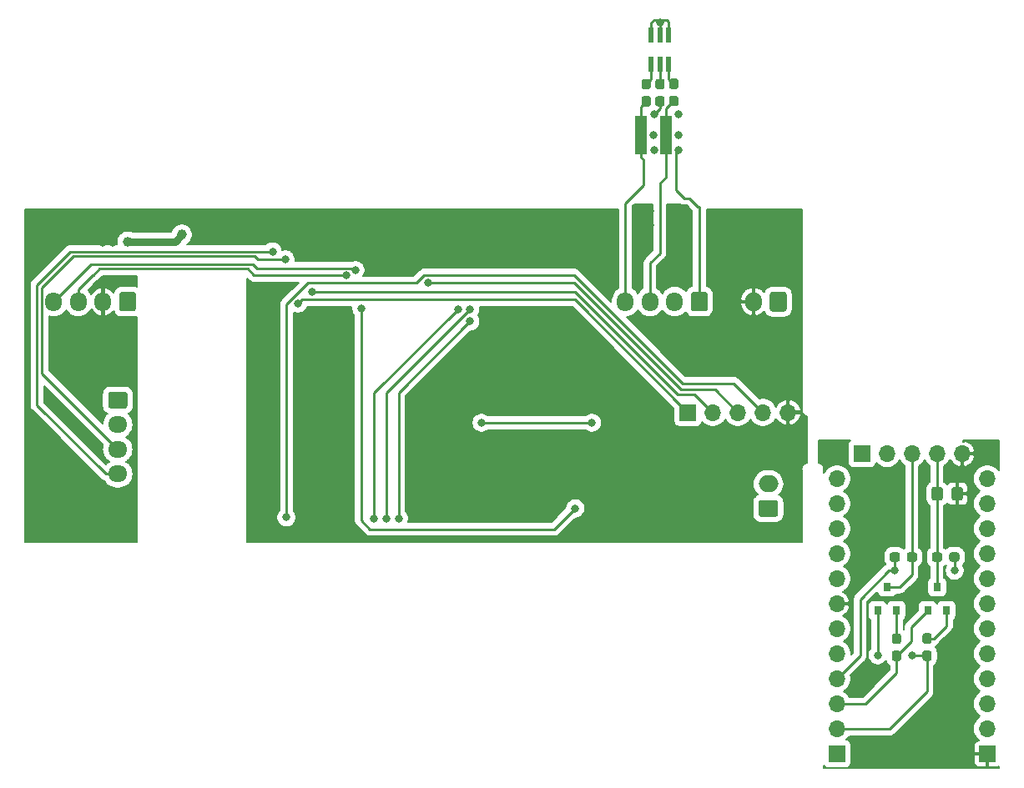
<source format=gbl>
%TF.GenerationSoftware,KiCad,Pcbnew,(5.1.6)-1*%
%TF.CreationDate,2021-03-30T00:51:02+09:00*%
%TF.ProjectId,CubBELMonitor,43756242-454c-44d6-9f6e-69746f722e6b,rev?*%
%TF.SameCoordinates,Original*%
%TF.FileFunction,Copper,L2,Bot*%
%TF.FilePolarity,Positive*%
%FSLAX46Y46*%
G04 Gerber Fmt 4.6, Leading zero omitted, Abs format (unit mm)*
G04 Created by KiCad (PCBNEW (5.1.6)-1) date 2021-03-30 00:51:02*
%MOMM*%
%LPD*%
G01*
G04 APERTURE LIST*
%TA.AperFunction,ComponentPad*%
%ADD10O,1.950000X1.700000*%
%TD*%
%TA.AperFunction,ComponentPad*%
%ADD11O,2.000000X1.700000*%
%TD*%
%TA.AperFunction,SMDPad,CuDef*%
%ADD12R,1.200000X4.000000*%
%TD*%
%TA.AperFunction,SMDPad,CuDef*%
%ADD13R,0.800000X0.900000*%
%TD*%
%TA.AperFunction,ComponentPad*%
%ADD14R,1.700000X1.700000*%
%TD*%
%TA.AperFunction,ComponentPad*%
%ADD15O,1.700000X1.700000*%
%TD*%
%TA.AperFunction,ComponentPad*%
%ADD16O,1.700000X1.950000*%
%TD*%
%TA.AperFunction,ComponentPad*%
%ADD17O,1.700000X2.000000*%
%TD*%
%TA.AperFunction,SMDPad,CuDef*%
%ADD18R,0.500000X1.600000*%
%TD*%
%TA.AperFunction,ViaPad*%
%ADD19C,4.000000*%
%TD*%
%TA.AperFunction,ViaPad*%
%ADD20C,0.800000*%
%TD*%
%TA.AperFunction,ViaPad*%
%ADD21C,1.000000*%
%TD*%
%TA.AperFunction,Conductor*%
%ADD22C,0.750000*%
%TD*%
%TA.AperFunction,Conductor*%
%ADD23C,0.250000*%
%TD*%
%TA.AperFunction,Conductor*%
%ADD24C,0.200000*%
%TD*%
G04 APERTURE END LIST*
D10*
%TO.P,P2,4*%
%TO.N,/shift_4*%
X70000000Y-77500000D03*
%TO.P,P2,3*%
%TO.N,/shift_3*%
X70000000Y-75000000D03*
%TO.P,P2,2*%
%TO.N,/shift_2*%
X70000000Y-72500000D03*
%TO.P,P2,1*%
%TO.N,/shift_1*%
%TA.AperFunction,ComponentPad*%
G36*
G01*
X69275000Y-69150000D02*
X70725000Y-69150000D01*
G75*
G02*
X70975000Y-69400000I0J-250000D01*
G01*
X70975000Y-70600000D01*
G75*
G02*
X70725000Y-70850000I-250000J0D01*
G01*
X69275000Y-70850000D01*
G75*
G02*
X69025000Y-70600000I0J250000D01*
G01*
X69025000Y-69400000D01*
G75*
G02*
X69275000Y-69150000I250000J0D01*
G01*
G37*
%TD.AperFunction*%
%TD*%
D11*
%TO.P,P6,2*%
%TO.N,N/C*%
X136000000Y-78500000D03*
%TO.P,P6,1*%
%TO.N,Net-(P6-Pad1)*%
%TA.AperFunction,ComponentPad*%
G36*
G01*
X136750000Y-81850000D02*
X135250000Y-81850000D01*
G75*
G02*
X135000000Y-81600000I0J250000D01*
G01*
X135000000Y-80400000D01*
G75*
G02*
X135250000Y-80150000I250000J0D01*
G01*
X136750000Y-80150000D01*
G75*
G02*
X137000000Y-80400000I0J-250000D01*
G01*
X137000000Y-81600000D01*
G75*
G02*
X136750000Y-81850000I-250000J0D01*
G01*
G37*
%TD.AperFunction*%
%TD*%
D12*
%TO.P,P21,1*%
%TO.N,Net-(P21-Pad1)*%
X125645000Y-43088000D03*
%TO.P,P21,2*%
%TO.N,Net-(P21-Pad2)*%
X123105000Y-43088000D03*
%TD*%
%TO.P,R34,1*%
%TO.N,/DTR*%
%TA.AperFunction,SMDPad,CuDef*%
G36*
G01*
X152341500Y-96475000D02*
X151866500Y-96475000D01*
G75*
G02*
X151629000Y-96237500I0J237500D01*
G01*
X151629000Y-95662500D01*
G75*
G02*
X151866500Y-95425000I237500J0D01*
G01*
X152341500Y-95425000D01*
G75*
G02*
X152579000Y-95662500I0J-237500D01*
G01*
X152579000Y-96237500D01*
G75*
G02*
X152341500Y-96475000I-237500J0D01*
G01*
G37*
%TD.AperFunction*%
%TO.P,R34,2*%
%TO.N,Net-(Q32-Pad1)*%
%TA.AperFunction,SMDPad,CuDef*%
G36*
G01*
X152341500Y-94725000D02*
X151866500Y-94725000D01*
G75*
G02*
X151629000Y-94487500I0J237500D01*
G01*
X151629000Y-93912500D01*
G75*
G02*
X151866500Y-93675000I237500J0D01*
G01*
X152341500Y-93675000D01*
G75*
G02*
X152579000Y-93912500I0J-237500D01*
G01*
X152579000Y-94487500D01*
G75*
G02*
X152341500Y-94725000I-237500J0D01*
G01*
G37*
%TD.AperFunction*%
%TD*%
%TO.P,R33,1*%
%TO.N,Net-(Q31-Pad1)*%
%TA.AperFunction,SMDPad,CuDef*%
G36*
G01*
X148762500Y-93700000D02*
X149237500Y-93700000D01*
G75*
G02*
X149475000Y-93937500I0J-237500D01*
G01*
X149475000Y-94512500D01*
G75*
G02*
X149237500Y-94750000I-237500J0D01*
G01*
X148762500Y-94750000D01*
G75*
G02*
X148525000Y-94512500I0J237500D01*
G01*
X148525000Y-93937500D01*
G75*
G02*
X148762500Y-93700000I237500J0D01*
G01*
G37*
%TD.AperFunction*%
%TO.P,R33,2*%
%TO.N,/RTS*%
%TA.AperFunction,SMDPad,CuDef*%
G36*
G01*
X148762500Y-95450000D02*
X149237500Y-95450000D01*
G75*
G02*
X149475000Y-95687500I0J-237500D01*
G01*
X149475000Y-96262500D01*
G75*
G02*
X149237500Y-96500000I-237500J0D01*
G01*
X148762500Y-96500000D01*
G75*
G02*
X148525000Y-96262500I0J237500D01*
G01*
X148525000Y-95687500D01*
G75*
G02*
X148762500Y-95450000I237500J0D01*
G01*
G37*
%TD.AperFunction*%
%TD*%
%TO.P,R32,1*%
%TO.N,VCC*%
%TA.AperFunction,SMDPad,CuDef*%
G36*
G01*
X148305000Y-86167500D02*
X148305000Y-85692500D01*
G75*
G02*
X148542500Y-85455000I237500J0D01*
G01*
X149117500Y-85455000D01*
G75*
G02*
X149355000Y-85692500I0J-237500D01*
G01*
X149355000Y-86167500D01*
G75*
G02*
X149117500Y-86405000I-237500J0D01*
G01*
X148542500Y-86405000D01*
G75*
G02*
X148305000Y-86167500I0J237500D01*
G01*
G37*
%TD.AperFunction*%
%TO.P,R32,2*%
%TO.N,/IO0*%
%TA.AperFunction,SMDPad,CuDef*%
G36*
G01*
X150055000Y-86167500D02*
X150055000Y-85692500D01*
G75*
G02*
X150292500Y-85455000I237500J0D01*
G01*
X150867500Y-85455000D01*
G75*
G02*
X151105000Y-85692500I0J-237500D01*
G01*
X151105000Y-86167500D01*
G75*
G02*
X150867500Y-86405000I-237500J0D01*
G01*
X150292500Y-86405000D01*
G75*
G02*
X150055000Y-86167500I0J237500D01*
G01*
G37*
%TD.AperFunction*%
%TD*%
%TO.P,R31,1*%
%TO.N,VCC*%
%TA.AperFunction,SMDPad,CuDef*%
G36*
G01*
X155395000Y-85692500D02*
X155395000Y-86167500D01*
G75*
G02*
X155157500Y-86405000I-237500J0D01*
G01*
X154582500Y-86405000D01*
G75*
G02*
X154345000Y-86167500I0J237500D01*
G01*
X154345000Y-85692500D01*
G75*
G02*
X154582500Y-85455000I237500J0D01*
G01*
X155157500Y-85455000D01*
G75*
G02*
X155395000Y-85692500I0J-237500D01*
G01*
G37*
%TD.AperFunction*%
%TO.P,R31,2*%
%TO.N,/EN*%
%TA.AperFunction,SMDPad,CuDef*%
G36*
G01*
X153645000Y-85692500D02*
X153645000Y-86167500D01*
G75*
G02*
X153407500Y-86405000I-237500J0D01*
G01*
X152832500Y-86405000D01*
G75*
G02*
X152595000Y-86167500I0J237500D01*
G01*
X152595000Y-85692500D01*
G75*
G02*
X152832500Y-85455000I237500J0D01*
G01*
X153407500Y-85455000D01*
G75*
G02*
X153645000Y-85692500I0J-237500D01*
G01*
G37*
%TD.AperFunction*%
%TD*%
%TO.P,R22,1*%
%TO.N,Net-(D10-Pad3)*%
%TA.AperFunction,SMDPad,CuDef*%
G36*
G01*
X123375500Y-37384000D02*
X123850500Y-37384000D01*
G75*
G02*
X124088000Y-37621500I0J-237500D01*
G01*
X124088000Y-38196500D01*
G75*
G02*
X123850500Y-38434000I-237500J0D01*
G01*
X123375500Y-38434000D01*
G75*
G02*
X123138000Y-38196500I0J237500D01*
G01*
X123138000Y-37621500D01*
G75*
G02*
X123375500Y-37384000I237500J0D01*
G01*
G37*
%TD.AperFunction*%
%TO.P,R22,2*%
%TO.N,Net-(P21-Pad2)*%
%TA.AperFunction,SMDPad,CuDef*%
G36*
G01*
X123375500Y-39134000D02*
X123850500Y-39134000D01*
G75*
G02*
X124088000Y-39371500I0J-237500D01*
G01*
X124088000Y-39946500D01*
G75*
G02*
X123850500Y-40184000I-237500J0D01*
G01*
X123375500Y-40184000D01*
G75*
G02*
X123138000Y-39946500I0J237500D01*
G01*
X123138000Y-39371500D01*
G75*
G02*
X123375500Y-39134000I237500J0D01*
G01*
G37*
%TD.AperFunction*%
%TD*%
%TO.P,R21,1*%
%TO.N,Net-(D10-Pad2)*%
%TA.AperFunction,SMDPad,CuDef*%
G36*
G01*
X124772500Y-37384000D02*
X125247500Y-37384000D01*
G75*
G02*
X125485000Y-37621500I0J-237500D01*
G01*
X125485000Y-38196500D01*
G75*
G02*
X125247500Y-38434000I-237500J0D01*
G01*
X124772500Y-38434000D01*
G75*
G02*
X124535000Y-38196500I0J237500D01*
G01*
X124535000Y-37621500D01*
G75*
G02*
X124772500Y-37384000I237500J0D01*
G01*
G37*
%TD.AperFunction*%
%TO.P,R21,2*%
%TO.N,Net-(P20-Pad2)*%
%TA.AperFunction,SMDPad,CuDef*%
G36*
G01*
X124772500Y-39134000D02*
X125247500Y-39134000D01*
G75*
G02*
X125485000Y-39371500I0J-237500D01*
G01*
X125485000Y-39946500D01*
G75*
G02*
X125247500Y-40184000I-237500J0D01*
G01*
X124772500Y-40184000D01*
G75*
G02*
X124535000Y-39946500I0J237500D01*
G01*
X124535000Y-39371500D01*
G75*
G02*
X124772500Y-39134000I237500J0D01*
G01*
G37*
%TD.AperFunction*%
%TD*%
%TO.P,R20,1*%
%TO.N,Net-(D10-Pad1)*%
%TA.AperFunction,SMDPad,CuDef*%
G36*
G01*
X126169500Y-37356000D02*
X126644500Y-37356000D01*
G75*
G02*
X126882000Y-37593500I0J-237500D01*
G01*
X126882000Y-38168500D01*
G75*
G02*
X126644500Y-38406000I-237500J0D01*
G01*
X126169500Y-38406000D01*
G75*
G02*
X125932000Y-38168500I0J237500D01*
G01*
X125932000Y-37593500D01*
G75*
G02*
X126169500Y-37356000I237500J0D01*
G01*
G37*
%TD.AperFunction*%
%TO.P,R20,2*%
%TO.N,Net-(P21-Pad1)*%
%TA.AperFunction,SMDPad,CuDef*%
G36*
G01*
X126169500Y-39106000D02*
X126644500Y-39106000D01*
G75*
G02*
X126882000Y-39343500I0J-237500D01*
G01*
X126882000Y-39918500D01*
G75*
G02*
X126644500Y-40156000I-237500J0D01*
G01*
X126169500Y-40156000D01*
G75*
G02*
X125932000Y-39918500I0J237500D01*
G01*
X125932000Y-39343500D01*
G75*
G02*
X126169500Y-39106000I237500J0D01*
G01*
G37*
%TD.AperFunction*%
%TD*%
D13*
%TO.P,Q32,1*%
%TO.N,Net-(Q32-Pad1)*%
X154070000Y-91378000D03*
%TO.P,Q32,2*%
%TO.N,/RTS*%
X152170000Y-91378000D03*
%TO.P,Q32,3*%
%TO.N,/EN*%
X153120000Y-88978000D03*
%TD*%
%TO.P,Q31,1*%
%TO.N,Net-(Q31-Pad1)*%
X148990000Y-91378000D03*
%TO.P,Q31,2*%
%TO.N,/DTR*%
X147090000Y-91378000D03*
%TO.P,Q31,3*%
%TO.N,/IO0*%
X148040000Y-88978000D03*
%TD*%
D14*
%TO.P,P30,1*%
%TO.N,/ESP32->PC*%
X145500000Y-75440000D03*
D15*
%TO.P,P30,2*%
%TO.N,/ESP32<-PC*%
X148040000Y-75440000D03*
%TO.P,P30,3*%
%TO.N,/IO0*%
X150580000Y-75440000D03*
%TO.P,P30,4*%
%TO.N,/EN*%
X153120000Y-75440000D03*
%TO.P,P30,5*%
%TO.N,GND*%
X155660000Y-75440000D03*
%TD*%
%TO.P,P5,5*%
%TO.N,GND*%
X138000000Y-71250000D03*
%TO.P,P5,4*%
%TO.N,/EN*%
X135460000Y-71250000D03*
%TO.P,P5,3*%
%TO.N,/IO0*%
X132920000Y-71250000D03*
%TO.P,P5,2*%
%TO.N,/ESP32<-PC*%
X130380000Y-71250000D03*
D14*
%TO.P,P5,1*%
%TO.N,/ESP32->PC*%
X127840000Y-71250000D03*
%TD*%
D16*
%TO.P,P4,4*%
%TO.N,Net-(P21-Pad2)*%
X121500000Y-60000000D03*
%TO.P,P4,3*%
%TO.N,Net-(P21-Pad1)*%
X124000000Y-60000000D03*
%TO.P,P4,2*%
%TO.N,Net-(P20-Pad2)*%
X126500000Y-60000000D03*
%TO.P,P4,1*%
%TO.N,Net-(D10-Pad4)*%
%TA.AperFunction,ComponentPad*%
G36*
G01*
X129850000Y-59275000D02*
X129850000Y-60725000D01*
G75*
G02*
X129600000Y-60975000I-250000J0D01*
G01*
X128400000Y-60975000D01*
G75*
G02*
X128150000Y-60725000I0J250000D01*
G01*
X128150000Y-59275000D01*
G75*
G02*
X128400000Y-59025000I250000J0D01*
G01*
X129600000Y-59025000D01*
G75*
G02*
X129850000Y-59275000I0J-250000D01*
G01*
G37*
%TD.AperFunction*%
%TD*%
%TO.P,P3,1*%
%TO.N,Net-(P3-Pad1)*%
%TA.AperFunction,ComponentPad*%
G36*
G01*
X71850000Y-59275000D02*
X71850000Y-60725000D01*
G75*
G02*
X71600000Y-60975000I-250000J0D01*
G01*
X70400000Y-60975000D01*
G75*
G02*
X70150000Y-60725000I0J250000D01*
G01*
X70150000Y-59275000D01*
G75*
G02*
X70400000Y-59025000I250000J0D01*
G01*
X71600000Y-59025000D01*
G75*
G02*
X71850000Y-59275000I0J-250000D01*
G01*
G37*
%TD.AperFunction*%
%TO.P,P3,2*%
%TO.N,GND*%
X68500000Y-60000000D03*
%TO.P,P3,3*%
%TO.N,/ESP32->GNSS*%
X66000000Y-60000000D03*
%TO.P,P3,4*%
%TO.N,/ESP32<-GNSS*%
X63500000Y-60000000D03*
%TD*%
D17*
%TO.P,P1,2*%
%TO.N,GND*%
X134500000Y-60000000D03*
%TO.P,P1,1*%
%TO.N,Net-(P1-Pad1)*%
%TA.AperFunction,ComponentPad*%
G36*
G01*
X137850000Y-59250000D02*
X137850000Y-60750000D01*
G75*
G02*
X137600000Y-61000000I-250000J0D01*
G01*
X136400000Y-61000000D01*
G75*
G02*
X136150000Y-60750000I0J250000D01*
G01*
X136150000Y-59250000D01*
G75*
G02*
X136400000Y-59000000I250000J0D01*
G01*
X137600000Y-59000000D01*
G75*
G02*
X137850000Y-59250000I0J-250000D01*
G01*
G37*
%TD.AperFunction*%
%TD*%
D14*
%TO.P,J2,1*%
%TO.N,GND*%
X158200000Y-105920000D03*
D15*
%TO.P,J2,2*%
%TO.N,N/C*%
X158200000Y-103380000D03*
%TO.P,J2,3*%
X158200000Y-100840000D03*
%TO.P,J2,4*%
X158200000Y-98300000D03*
%TO.P,J2,5*%
X158200000Y-95760000D03*
%TO.P,J2,6*%
X158200000Y-93220000D03*
%TO.P,J2,7*%
X158200000Y-90680000D03*
%TO.P,J2,8*%
X158200000Y-88140000D03*
%TO.P,J2,9*%
X158200000Y-85600000D03*
%TO.P,J2,10*%
X158200000Y-83060000D03*
%TO.P,J2,11*%
X158200000Y-80520000D03*
%TO.P,J2,12*%
X158200000Y-77980000D03*
%TD*%
D14*
%TO.P,J1,1*%
%TO.N,/ESP32<-PC*%
X142960000Y-105920000D03*
D15*
%TO.P,J1,2*%
%TO.N,/DTR*%
X142960000Y-103380000D03*
%TO.P,J1,3*%
%TO.N,/RTS*%
X142960000Y-100840000D03*
%TO.P,J1,4*%
%TO.N,VCC*%
X142960000Y-98300000D03*
%TO.P,J1,5*%
%TO.N,/ESP32->PC*%
X142960000Y-95760000D03*
%TO.P,J1,6*%
%TO.N,N/C*%
X142960000Y-93220000D03*
%TO.P,J1,7*%
%TO.N,GND*%
X142960000Y-90680000D03*
%TO.P,J1,8*%
%TO.N,N/C*%
X142960000Y-88140000D03*
%TO.P,J1,9*%
X142960000Y-85600000D03*
%TO.P,J1,10*%
X142960000Y-83060000D03*
%TO.P,J1,11*%
X142960000Y-80520000D03*
%TO.P,J1,12*%
X142960000Y-77980000D03*
%TD*%
D18*
%TO.P,D10,6*%
%TO.N,Net-(D10-Pad4)*%
X125910000Y-32899000D03*
%TO.P,D10,5*%
X125010000Y-32899000D03*
%TO.P,D10,4*%
X124110000Y-32899000D03*
%TO.P,D10,3*%
%TO.N,Net-(D10-Pad3)*%
X124110000Y-35849000D03*
%TO.P,D10,2*%
%TO.N,Net-(D10-Pad2)*%
X125010000Y-35849000D03*
%TO.P,D10,1*%
%TO.N,Net-(D10-Pad1)*%
X125910000Y-35849000D03*
%TD*%
%TO.P,C31,1*%
%TO.N,/EN*%
%TA.AperFunction,SMDPad,CuDef*%
G36*
G01*
X152545000Y-79954001D02*
X152545000Y-79053999D01*
G75*
G02*
X152794999Y-78804000I249999J0D01*
G01*
X153445001Y-78804000D01*
G75*
G02*
X153695000Y-79053999I0J-249999D01*
G01*
X153695000Y-79954001D01*
G75*
G02*
X153445001Y-80204000I-249999J0D01*
G01*
X152794999Y-80204000D01*
G75*
G02*
X152545000Y-79954001I0J249999D01*
G01*
G37*
%TD.AperFunction*%
%TO.P,C31,2*%
%TO.N,GND*%
%TA.AperFunction,SMDPad,CuDef*%
G36*
G01*
X154595000Y-79954001D02*
X154595000Y-79053999D01*
G75*
G02*
X154844999Y-78804000I249999J0D01*
G01*
X155495001Y-78804000D01*
G75*
G02*
X155745000Y-79053999I0J-249999D01*
G01*
X155745000Y-79954001D01*
G75*
G02*
X155495001Y-80204000I-249999J0D01*
G01*
X154844999Y-80204000D01*
G75*
G02*
X154595000Y-79954001I0J249999D01*
G01*
G37*
%TD.AperFunction*%
%TD*%
D19*
%TO.N,GND*%
X92000000Y-71900000D03*
D20*
X62000000Y-83000000D03*
X71000000Y-83000000D03*
X62500000Y-77500000D03*
X62500000Y-75000000D03*
X62500000Y-80000000D03*
X63000000Y-70000000D03*
X65500000Y-72500000D03*
X64500000Y-77500000D03*
X67000000Y-74000000D03*
X64500000Y-80000000D03*
X66500000Y-80000000D03*
X66500000Y-77500000D03*
X68500000Y-80000000D03*
X68500000Y-78500000D03*
X71000000Y-80000000D03*
X71500000Y-73500000D03*
X64000000Y-67500000D03*
X67000000Y-70000000D03*
X68500000Y-67500000D03*
X64500000Y-63500000D03*
X71500000Y-67000000D03*
X66500000Y-62000000D03*
X71500000Y-62000000D03*
X61500000Y-51500000D03*
X61500000Y-53000000D03*
X62500000Y-51500000D03*
X68500000Y-54000000D03*
X69500000Y-54000000D03*
X84000000Y-83500000D03*
X83500000Y-58500000D03*
X84500000Y-58500000D03*
X100000000Y-82000000D03*
X102500000Y-80500000D03*
X105500000Y-77500000D03*
X104000000Y-66000000D03*
X106500000Y-68000000D03*
X111000000Y-74000000D03*
X114000000Y-74000000D03*
X109000000Y-68500000D03*
X121500000Y-74000000D03*
X118000000Y-74000000D03*
X121500000Y-69000000D03*
X124000000Y-69000000D03*
X117000000Y-69000000D03*
X145500000Y-106500000D03*
X145500000Y-105000000D03*
X142500000Y-75500000D03*
X143500000Y-75500000D03*
X149500000Y-78000000D03*
X149500000Y-84000000D03*
X138000000Y-52000000D03*
X136000000Y-52000000D03*
X138000000Y-54000000D03*
X111000000Y-55000000D03*
X108500000Y-55000000D03*
X119500000Y-58500000D03*
X106500000Y-63500000D03*
X108000000Y-65000000D03*
X125000000Y-62000000D03*
X127000000Y-62000000D03*
X116500000Y-84000000D03*
X116500000Y-77000000D03*
X116500000Y-82500000D03*
X117500000Y-76000000D03*
X119000000Y-76000000D03*
X120500000Y-76000000D03*
X122000000Y-76000000D03*
X123500000Y-76000000D03*
X125000000Y-76000000D03*
X126500000Y-76000000D03*
X130500000Y-76000000D03*
X132000000Y-76000000D03*
X133500000Y-76000000D03*
X135000000Y-76000000D03*
X136500000Y-76000000D03*
X138000000Y-76000000D03*
X139000000Y-75000000D03*
D21*
X132000000Y-83000000D03*
D20*
X125000000Y-74000000D03*
X128500000Y-74000000D03*
X129500000Y-75000000D03*
X104500000Y-55000000D03*
X105500000Y-54000000D03*
X80500000Y-51000000D03*
X125200000Y-57000000D03*
X122800000Y-55200000D03*
X145000000Y-79000000D03*
X145000000Y-84000000D03*
X127000000Y-51400000D03*
X127000000Y-54400000D03*
X120200000Y-51400000D03*
X120200000Y-54400000D03*
X120200000Y-55600000D03*
X124000000Y-52200000D03*
X124000000Y-50800000D03*
X122800000Y-58400000D03*
%TO.N,Net-(D10-Pad4)*%
X126900000Y-44600000D03*
X126900000Y-43100000D03*
X125010000Y-31625000D03*
X126900000Y-41000000D03*
%TO.N,VCC*%
X154900000Y-87300000D03*
X148800000Y-87300000D03*
%TO.N,/DTR*%
X150600000Y-95900000D03*
X147100000Y-95900000D03*
%TO.N,/shift_4*%
X85700000Y-54900000D03*
%TO.N,/shift_3*%
X87000000Y-55700000D03*
%TO.N,/ESP32->GNSS*%
X93200000Y-57325010D03*
%TO.N,/ESP32<-GNSS*%
X94100000Y-56800000D03*
D21*
%TO.N,Net-(P3-Pad1)*%
X71000000Y-53900000D03*
X76500000Y-53200000D03*
D20*
%TO.N,/EN*%
X87100000Y-81900000D03*
%TO.N,/IO0*%
X101500000Y-58100000D03*
%TO.N,/ESP32<-PC*%
X89700000Y-59000000D03*
%TO.N,/ESP32->PC*%
X88300000Y-60200000D03*
%TO.N,Net-(P20-Pad2)*%
X124400000Y-44600000D03*
X124400000Y-41000000D03*
X124375000Y-43088000D03*
%TO.N,/RPM*%
X94700000Y-60700000D03*
X116400000Y-81000000D03*
%TO.N,/LED_R*%
X96000000Y-82000000D03*
X104500000Y-60750000D03*
%TO.N,/LED_G*%
X97250000Y-82000000D03*
X105750000Y-60750000D03*
%TO.N,/LED_B*%
X98500000Y-82000000D03*
X105750000Y-62000000D03*
%TO.N,Net-(P21-Pad1)*%
X125600000Y-44600000D03*
X125645000Y-43088000D03*
X125645000Y-41545000D03*
%TO.N,Net-(P21-Pad2)*%
X123100000Y-44600000D03*
X123105000Y-43088000D03*
X123105000Y-41605000D03*
%TO.N,Net-(R18-Pad2)*%
X106900000Y-72300000D03*
X118100000Y-72300000D03*
%TD*%
D22*
%TO.N,GND*%
X132000000Y-83000000D02*
X132000000Y-76000000D01*
D23*
%TO.N,/EN*%
X153120000Y-75440000D02*
X153120000Y-79504000D01*
X153120000Y-79504000D02*
X153120000Y-85930000D01*
X153120000Y-85930000D02*
X153120000Y-88978000D01*
%TO.N,Net-(D10-Pad1)*%
X125910000Y-37384000D02*
X126407000Y-37881000D01*
X125910000Y-35849000D02*
X125910000Y-37384000D01*
%TO.N,Net-(D10-Pad2)*%
X125010000Y-35849000D02*
X125010000Y-37909000D01*
%TO.N,Net-(D10-Pad3)*%
X124110000Y-37412000D02*
X123613000Y-37909000D01*
X124110000Y-35849000D02*
X124110000Y-37412000D01*
%TO.N,Net-(D10-Pad4)*%
X124110000Y-32899000D02*
X124110000Y-31690000D01*
X124110000Y-31690000D02*
X124400000Y-31400000D01*
X125010000Y-31410000D02*
X125000000Y-31400000D01*
X125010000Y-32899000D02*
X125010000Y-31410000D01*
X124400000Y-31400000D02*
X125000000Y-31400000D01*
X125910000Y-32899000D02*
X125910000Y-31610000D01*
X125700000Y-31400000D02*
X125000000Y-31400000D01*
X125910000Y-31610000D02*
X125700000Y-31400000D01*
X125000000Y-31400000D02*
X125000000Y-31615000D01*
X125000000Y-31615000D02*
X125010000Y-31625000D01*
%TO.N,VCC*%
X154870000Y-85930000D02*
X154870000Y-87270000D01*
X154870000Y-87270000D02*
X154900000Y-87300000D01*
X148800000Y-85960000D02*
X148830000Y-85930000D01*
X148800000Y-87300000D02*
X148800000Y-85960000D01*
X148234315Y-87300000D02*
X145300000Y-90234315D01*
X148800000Y-87300000D02*
X148234315Y-87300000D01*
X145300000Y-95960000D02*
X142960000Y-98300000D01*
X145300000Y-90234315D02*
X145300000Y-95960000D01*
%TO.N,/RTS*%
X142960000Y-100840000D02*
X145860000Y-100840000D01*
X149000000Y-97700000D02*
X149000000Y-95975000D01*
X145860000Y-100840000D02*
X149000000Y-97700000D01*
X149000000Y-95975000D02*
X150500000Y-94475000D01*
X150500000Y-93048000D02*
X152170000Y-91378000D01*
X150500000Y-94475000D02*
X150500000Y-93048000D01*
%TO.N,/DTR*%
X152104000Y-95950000D02*
X152104000Y-99596000D01*
X148320000Y-103380000D02*
X142960000Y-103380000D01*
X152104000Y-99596000D02*
X148320000Y-103380000D01*
X152104000Y-95950000D02*
X150650000Y-95950000D01*
X150650000Y-95950000D02*
X150600000Y-95900000D01*
X147100000Y-91388000D02*
X147090000Y-91378000D01*
X147100000Y-95900000D02*
X147100000Y-91388000D01*
%TO.N,/shift_4*%
X68775000Y-77500000D02*
X70000000Y-77500000D01*
X61800000Y-70525000D02*
X68775000Y-77500000D01*
X61800000Y-58300000D02*
X61800000Y-70525000D01*
X65200000Y-54900000D02*
X61800000Y-58300000D01*
X65200000Y-54900000D02*
X85700000Y-54900000D01*
%TO.N,/shift_3*%
X62300000Y-67300000D02*
X70000000Y-75000000D01*
X84200000Y-55700000D02*
X83900000Y-55400000D01*
X83900000Y-55400000D02*
X65500000Y-55400000D01*
X65500000Y-55400000D02*
X62300000Y-58600000D01*
X87000000Y-55700000D02*
X84200000Y-55700000D01*
X62300000Y-58600000D02*
X62300000Y-67300000D01*
%TO.N,/ESP32->GNSS*%
X66000000Y-58775000D02*
X67475000Y-57300000D01*
X83825010Y-57325010D02*
X93200000Y-57325010D01*
X67475000Y-57300000D02*
X67500000Y-57300000D01*
X68125010Y-56674990D02*
X83174990Y-56674990D01*
X83174990Y-56674990D02*
X83825010Y-57325010D01*
X66000000Y-60000000D02*
X66000000Y-58775000D01*
X67500000Y-57300000D02*
X68125010Y-56674990D01*
%TO.N,/ESP32<-GNSS*%
X67000000Y-56500000D02*
X63500000Y-60000000D01*
X83724979Y-56224979D02*
X84100000Y-56600000D01*
X93900000Y-56600000D02*
X94100000Y-56800000D01*
X84100000Y-56600000D02*
X93900000Y-56600000D01*
X67275021Y-56224979D02*
X67000000Y-56500000D01*
X83724979Y-56224979D02*
X67275021Y-56224979D01*
D22*
%TO.N,Net-(P3-Pad1)*%
X71000000Y-53900000D02*
X75800000Y-53900000D01*
X75800000Y-53900000D02*
X76500000Y-53200000D01*
D23*
%TO.N,Net-(D10-Pad4)*%
X126649990Y-48649990D02*
X126649990Y-44850010D01*
X129000000Y-60000000D02*
X129000000Y-50350010D01*
X129000000Y-50350010D02*
X128855022Y-50350010D01*
X127494988Y-49494988D02*
X126649990Y-48649990D01*
X126649990Y-44850010D02*
X126900000Y-44600000D01*
X128855022Y-50350010D02*
X128000000Y-49494988D01*
X128000000Y-49494988D02*
X127494988Y-49494988D01*
%TO.N,/EN*%
X135460000Y-71250000D02*
X132510000Y-68300000D01*
X132510000Y-68300000D02*
X128013285Y-68300000D01*
X128013285Y-68300000D02*
X127300000Y-68300000D01*
X127300000Y-68300000D02*
X116300000Y-57300000D01*
X116300000Y-57300000D02*
X101100000Y-57300000D01*
X101100000Y-57300000D02*
X100300000Y-58100000D01*
X100300000Y-58100000D02*
X89300000Y-58100000D01*
X89300000Y-58100000D02*
X87100000Y-60300000D01*
X87100000Y-60300000D02*
X87100000Y-81900000D01*
%TO.N,/IO0*%
X101500000Y-58100000D02*
X116300000Y-58100000D01*
X116300000Y-58100000D02*
X127100000Y-68900000D01*
X130570000Y-68900000D02*
X132920000Y-71250000D01*
X127100000Y-68900000D02*
X130570000Y-68900000D01*
%TO.N,/ESP32<-PC*%
X89700000Y-59000000D02*
X116400000Y-59000000D01*
X116400000Y-59000000D02*
X126800000Y-69400000D01*
X128530000Y-69400000D02*
X130380000Y-71250000D01*
X126800000Y-69400000D02*
X128530000Y-69400000D01*
%TO.N,/ESP32->PC*%
X88691226Y-59808774D02*
X88300000Y-60200000D01*
X89835489Y-59808774D02*
X88691226Y-59808774D01*
X116390000Y-59800000D02*
X89844263Y-59800000D01*
X127840000Y-71250000D02*
X116390000Y-59800000D01*
X89844263Y-59800000D02*
X89835489Y-59808774D01*
%TO.N,Net-(P20-Pad2)*%
X125010000Y-40390000D02*
X124400000Y-41000000D01*
X125010000Y-39659000D02*
X125010000Y-40390000D01*
%TO.N,/IO0*%
X150580000Y-75440000D02*
X150580000Y-85930000D01*
X148040000Y-88978000D02*
X149322000Y-88978000D01*
X150580000Y-87720000D02*
X150580000Y-85930000D01*
X149322000Y-88978000D02*
X150580000Y-87720000D01*
%TO.N,Net-(Q31-Pad1)*%
X149000000Y-91388000D02*
X148990000Y-91378000D01*
X149000000Y-94225000D02*
X149000000Y-91388000D01*
%TO.N,Net-(Q32-Pad1)*%
X154070000Y-91378000D02*
X154070000Y-92930000D01*
X152800000Y-94200000D02*
X152104000Y-94200000D01*
X154070000Y-92930000D02*
X152800000Y-94200000D01*
%TO.N,/RPM*%
X94700000Y-60700000D02*
X94700000Y-82200000D01*
X94700000Y-82200000D02*
X95600000Y-83100000D01*
X95600000Y-83100000D02*
X114300000Y-83100000D01*
X114300000Y-83100000D02*
X116400000Y-81000000D01*
%TO.N,/LED_R*%
X96000000Y-69250000D02*
X104500000Y-60750000D01*
X96000000Y-82000000D02*
X96000000Y-69250000D01*
%TO.N,/LED_G*%
X97250000Y-82000000D02*
X97250000Y-69250000D01*
X97250000Y-69250000D02*
X105750000Y-60750000D01*
%TO.N,/LED_B*%
X98500000Y-69250000D02*
X105750000Y-62000000D01*
X98500000Y-82000000D02*
X98500000Y-69250000D01*
%TO.N,Net-(P21-Pad1)*%
X125645000Y-40393000D02*
X126407000Y-39631000D01*
X125645000Y-43088000D02*
X125645000Y-43088000D01*
X125645000Y-43088000D02*
X125645000Y-41545000D01*
X125645000Y-41545000D02*
X125645000Y-40393000D01*
X124000000Y-56073002D02*
X125000000Y-55073002D01*
X124000000Y-60000000D02*
X124000000Y-56073002D01*
X125000000Y-55073002D02*
X125000000Y-48000000D01*
X125645000Y-43088000D02*
X125645000Y-47355000D01*
X125645000Y-47355000D02*
X125000000Y-48000000D01*
%TO.N,Net-(P21-Pad2)*%
X123105000Y-40167000D02*
X123613000Y-39659000D01*
X123105000Y-43088000D02*
X123105000Y-43088000D01*
X123105000Y-43088000D02*
X123105000Y-41605000D01*
X123105000Y-41605000D02*
X123105000Y-40167000D01*
X121500000Y-49994988D02*
X121500000Y-60000000D01*
X123350010Y-48144978D02*
X121500000Y-49994988D01*
X123105000Y-45338000D02*
X123350010Y-45583010D01*
X123350010Y-45583010D02*
X123350010Y-48144978D01*
X123105000Y-43088000D02*
X123105000Y-45338000D01*
%TO.N,Net-(R18-Pad2)*%
X118100000Y-72300000D02*
X106900000Y-72300000D01*
%TD*%
D24*
%TO.N,GND*%
G36*
X139375001Y-70969286D02*
G01*
X139371976Y-71000000D01*
X139384043Y-71122521D01*
X139419781Y-71240334D01*
X139477817Y-71348911D01*
X139555920Y-71444080D01*
X139651089Y-71522183D01*
X139759666Y-71580219D01*
X139877479Y-71615957D01*
X139900000Y-71618175D01*
X139900000Y-76381825D01*
X139877479Y-76384043D01*
X139759666Y-76419781D01*
X139651089Y-76477817D01*
X139555920Y-76555920D01*
X139477817Y-76651089D01*
X139419781Y-76759666D01*
X139384043Y-76877479D01*
X139371976Y-77000000D01*
X139375001Y-77030714D01*
X139375000Y-84375000D01*
X83100000Y-84375000D01*
X83100000Y-57625305D01*
X83287182Y-57812487D01*
X83309878Y-57840142D01*
X83337533Y-57862838D01*
X83337535Y-57862840D01*
X83377043Y-57895263D01*
X83420273Y-57930741D01*
X83546222Y-57998063D01*
X83682885Y-58039519D01*
X83789403Y-58050010D01*
X83789412Y-58050010D01*
X83825009Y-58053516D01*
X83860606Y-58050010D01*
X88324685Y-58050010D01*
X86612524Y-59762172D01*
X86584868Y-59784869D01*
X86562172Y-59812524D01*
X86562170Y-59812526D01*
X86520082Y-59863811D01*
X86494269Y-59895264D01*
X86426947Y-60021213D01*
X86385491Y-60157876D01*
X86375000Y-60264394D01*
X86375000Y-60264403D01*
X86371494Y-60300000D01*
X86375000Y-60335597D01*
X86375001Y-81210785D01*
X86323249Y-81262537D01*
X86213811Y-81426322D01*
X86138429Y-81608311D01*
X86100000Y-81801509D01*
X86100000Y-81998491D01*
X86138429Y-82191689D01*
X86213811Y-82373678D01*
X86323249Y-82537463D01*
X86462537Y-82676751D01*
X86626322Y-82786189D01*
X86808311Y-82861571D01*
X87001509Y-82900000D01*
X87198491Y-82900000D01*
X87391689Y-82861571D01*
X87573678Y-82786189D01*
X87737463Y-82676751D01*
X87876751Y-82537463D01*
X87986189Y-82373678D01*
X88061571Y-82191689D01*
X88100000Y-81998491D01*
X88100000Y-81801509D01*
X88061571Y-81608311D01*
X87986189Y-81426322D01*
X87876751Y-81262537D01*
X87825000Y-81210786D01*
X87825000Y-61085306D01*
X87826322Y-61086189D01*
X88008311Y-61161571D01*
X88201509Y-61200000D01*
X88398491Y-61200000D01*
X88591689Y-61161571D01*
X88773678Y-61086189D01*
X88937463Y-60976751D01*
X89076751Y-60837463D01*
X89186189Y-60673678D01*
X89244139Y-60533774D01*
X89799892Y-60533774D01*
X89835489Y-60537280D01*
X89871086Y-60533774D01*
X89871096Y-60533774D01*
X89960181Y-60525000D01*
X93715218Y-60525000D01*
X93700000Y-60601509D01*
X93700000Y-60798491D01*
X93738429Y-60991689D01*
X93813811Y-61173678D01*
X93923249Y-61337463D01*
X93975000Y-61389214D01*
X93975001Y-82164393D01*
X93971494Y-82200000D01*
X93975001Y-82235607D01*
X93985492Y-82342125D01*
X93998067Y-82383580D01*
X94026947Y-82478787D01*
X94094269Y-82604736D01*
X94162170Y-82687474D01*
X94162173Y-82687477D01*
X94184869Y-82715132D01*
X94212523Y-82737827D01*
X95062172Y-83587477D01*
X95084868Y-83615132D01*
X95112523Y-83637828D01*
X95112525Y-83637830D01*
X95195263Y-83705731D01*
X95321212Y-83773053D01*
X95457875Y-83814509D01*
X95564393Y-83825000D01*
X95564402Y-83825000D01*
X95599999Y-83828506D01*
X95635596Y-83825000D01*
X114264403Y-83825000D01*
X114300000Y-83828506D01*
X114335597Y-83825000D01*
X114335607Y-83825000D01*
X114442125Y-83814509D01*
X114578788Y-83773053D01*
X114704737Y-83705731D01*
X114815132Y-83615132D01*
X114837832Y-83587472D01*
X116425305Y-82000000D01*
X116498491Y-82000000D01*
X116691689Y-81961571D01*
X116873678Y-81886189D01*
X117037463Y-81776751D01*
X117176751Y-81637463D01*
X117286189Y-81473678D01*
X117361571Y-81291689D01*
X117400000Y-81098491D01*
X117400000Y-80901509D01*
X117361571Y-80708311D01*
X117286189Y-80526322D01*
X117176751Y-80362537D01*
X117037463Y-80223249D01*
X116873678Y-80113811D01*
X116691689Y-80038429D01*
X116498491Y-80000000D01*
X116301509Y-80000000D01*
X116108311Y-80038429D01*
X115926322Y-80113811D01*
X115762537Y-80223249D01*
X115623249Y-80362537D01*
X115513811Y-80526322D01*
X115438429Y-80708311D01*
X115400000Y-80901509D01*
X115400000Y-80974695D01*
X113999696Y-82375000D01*
X99427063Y-82375000D01*
X99461571Y-82291689D01*
X99500000Y-82098491D01*
X99500000Y-81901509D01*
X99461571Y-81708311D01*
X99386189Y-81526322D01*
X99276751Y-81362537D01*
X99225000Y-81310786D01*
X99225000Y-78500000D01*
X134392985Y-78500000D01*
X134420981Y-78784250D01*
X134503894Y-79057576D01*
X134638536Y-79309474D01*
X134819735Y-79530265D01*
X134921032Y-79613397D01*
X134776152Y-79690837D01*
X134646907Y-79796907D01*
X134540837Y-79926152D01*
X134462020Y-80073608D01*
X134413485Y-80233607D01*
X134397097Y-80400000D01*
X134397097Y-81600000D01*
X134413485Y-81766393D01*
X134462020Y-81926392D01*
X134540837Y-82073848D01*
X134646907Y-82203093D01*
X134776152Y-82309163D01*
X134923608Y-82387980D01*
X135083607Y-82436515D01*
X135250000Y-82452903D01*
X136750000Y-82452903D01*
X136916393Y-82436515D01*
X137076392Y-82387980D01*
X137223848Y-82309163D01*
X137353093Y-82203093D01*
X137459163Y-82073848D01*
X137537980Y-81926392D01*
X137586515Y-81766393D01*
X137602903Y-81600000D01*
X137602903Y-80400000D01*
X137586515Y-80233607D01*
X137537980Y-80073608D01*
X137459163Y-79926152D01*
X137353093Y-79796907D01*
X137223848Y-79690837D01*
X137078968Y-79613397D01*
X137180265Y-79530265D01*
X137361464Y-79309474D01*
X137496106Y-79057576D01*
X137579019Y-78784250D01*
X137607015Y-78500000D01*
X137579019Y-78215750D01*
X137496106Y-77942424D01*
X137361464Y-77690526D01*
X137180265Y-77469735D01*
X136959474Y-77288536D01*
X136707576Y-77153894D01*
X136434250Y-77070981D01*
X136221225Y-77050000D01*
X135778775Y-77050000D01*
X135565750Y-77070981D01*
X135292424Y-77153894D01*
X135040526Y-77288536D01*
X134819735Y-77469735D01*
X134638536Y-77690526D01*
X134503894Y-77942424D01*
X134420981Y-78215750D01*
X134392985Y-78500000D01*
X99225000Y-78500000D01*
X99225000Y-72201509D01*
X105900000Y-72201509D01*
X105900000Y-72398491D01*
X105938429Y-72591689D01*
X106013811Y-72773678D01*
X106123249Y-72937463D01*
X106262537Y-73076751D01*
X106426322Y-73186189D01*
X106608311Y-73261571D01*
X106801509Y-73300000D01*
X106998491Y-73300000D01*
X107191689Y-73261571D01*
X107373678Y-73186189D01*
X107537463Y-73076751D01*
X107589214Y-73025000D01*
X117410786Y-73025000D01*
X117462537Y-73076751D01*
X117626322Y-73186189D01*
X117808311Y-73261571D01*
X118001509Y-73300000D01*
X118198491Y-73300000D01*
X118391689Y-73261571D01*
X118573678Y-73186189D01*
X118737463Y-73076751D01*
X118876751Y-72937463D01*
X118986189Y-72773678D01*
X119061571Y-72591689D01*
X119100000Y-72398491D01*
X119100000Y-72201509D01*
X119061571Y-72008311D01*
X118986189Y-71826322D01*
X118876751Y-71662537D01*
X118737463Y-71523249D01*
X118573678Y-71413811D01*
X118391689Y-71338429D01*
X118198491Y-71300000D01*
X118001509Y-71300000D01*
X117808311Y-71338429D01*
X117626322Y-71413811D01*
X117462537Y-71523249D01*
X117410786Y-71575000D01*
X107589214Y-71575000D01*
X107537463Y-71523249D01*
X107373678Y-71413811D01*
X107191689Y-71338429D01*
X106998491Y-71300000D01*
X106801509Y-71300000D01*
X106608311Y-71338429D01*
X106426322Y-71413811D01*
X106262537Y-71523249D01*
X106123249Y-71662537D01*
X106013811Y-71826322D01*
X105938429Y-72008311D01*
X105900000Y-72201509D01*
X99225000Y-72201509D01*
X99225000Y-69550304D01*
X105775305Y-63000000D01*
X105848491Y-63000000D01*
X106041689Y-62961571D01*
X106223678Y-62886189D01*
X106387463Y-62776751D01*
X106526751Y-62637463D01*
X106636189Y-62473678D01*
X106711571Y-62291689D01*
X106750000Y-62098491D01*
X106750000Y-61901509D01*
X106711571Y-61708311D01*
X106636189Y-61526322D01*
X106535079Y-61375000D01*
X106636189Y-61223678D01*
X106711571Y-61041689D01*
X106750000Y-60848491D01*
X106750000Y-60651509D01*
X106724836Y-60525000D01*
X116089696Y-60525000D01*
X126387097Y-70822402D01*
X126387097Y-72100000D01*
X126398682Y-72217621D01*
X126432990Y-72330721D01*
X126488704Y-72434955D01*
X126563683Y-72526317D01*
X126655045Y-72601296D01*
X126759279Y-72657010D01*
X126872379Y-72691318D01*
X126990000Y-72702903D01*
X128690000Y-72702903D01*
X128807621Y-72691318D01*
X128920721Y-72657010D01*
X129024955Y-72601296D01*
X129116317Y-72526317D01*
X129191296Y-72434955D01*
X129247010Y-72330721D01*
X129281318Y-72217621D01*
X129282725Y-72203335D01*
X129455679Y-72376289D01*
X129693167Y-72534973D01*
X129957051Y-72644277D01*
X130237187Y-72700000D01*
X130522813Y-72700000D01*
X130802949Y-72644277D01*
X131066833Y-72534973D01*
X131304321Y-72376289D01*
X131506289Y-72174321D01*
X131650000Y-71959242D01*
X131793711Y-72174321D01*
X131995679Y-72376289D01*
X132233167Y-72534973D01*
X132497051Y-72644277D01*
X132777187Y-72700000D01*
X133062813Y-72700000D01*
X133342949Y-72644277D01*
X133606833Y-72534973D01*
X133844321Y-72376289D01*
X134046289Y-72174321D01*
X134190000Y-71959242D01*
X134333711Y-72174321D01*
X134535679Y-72376289D01*
X134773167Y-72534973D01*
X135037051Y-72644277D01*
X135317187Y-72700000D01*
X135602813Y-72700000D01*
X135882949Y-72644277D01*
X136146833Y-72534973D01*
X136384321Y-72376289D01*
X136586289Y-72174321D01*
X136744973Y-71936833D01*
X136786737Y-71836005D01*
X136904345Y-72038701D01*
X137079266Y-72237298D01*
X137289570Y-72397954D01*
X137527175Y-72514494D01*
X137690625Y-72564072D01*
X137900000Y-72470912D01*
X137900000Y-71350000D01*
X138100000Y-71350000D01*
X138100000Y-72470912D01*
X138309375Y-72564072D01*
X138472825Y-72514494D01*
X138710430Y-72397954D01*
X138920734Y-72237298D01*
X139095655Y-72038701D01*
X139228470Y-71809795D01*
X139314076Y-71559376D01*
X139221295Y-71350000D01*
X138100000Y-71350000D01*
X137900000Y-71350000D01*
X137880000Y-71350000D01*
X137880000Y-71150000D01*
X137900000Y-71150000D01*
X137900000Y-70029088D01*
X138100000Y-70029088D01*
X138100000Y-71150000D01*
X139221295Y-71150000D01*
X139314076Y-70940624D01*
X139228470Y-70690205D01*
X139095655Y-70461299D01*
X138920734Y-70262702D01*
X138710430Y-70102046D01*
X138472825Y-69985506D01*
X138309375Y-69935928D01*
X138100000Y-70029088D01*
X137900000Y-70029088D01*
X137690625Y-69935928D01*
X137527175Y-69985506D01*
X137289570Y-70102046D01*
X137079266Y-70262702D01*
X136904345Y-70461299D01*
X136786737Y-70663995D01*
X136744973Y-70563167D01*
X136586289Y-70325679D01*
X136384321Y-70123711D01*
X136146833Y-69965027D01*
X135882949Y-69855723D01*
X135602813Y-69800000D01*
X135317187Y-69800000D01*
X135082072Y-69846768D01*
X133047832Y-67812528D01*
X133025132Y-67784868D01*
X132914737Y-67694269D01*
X132788788Y-67626947D01*
X132652125Y-67585491D01*
X132545607Y-67575000D01*
X132545597Y-67575000D01*
X132510000Y-67571494D01*
X132474403Y-67575000D01*
X127600305Y-67575000D01*
X121597697Y-61572393D01*
X121784249Y-61554019D01*
X122057575Y-61471106D01*
X122309473Y-61336464D01*
X122530264Y-61155265D01*
X122711464Y-60934474D01*
X122750000Y-60862378D01*
X122788536Y-60934473D01*
X122969735Y-61155264D01*
X123190526Y-61336464D01*
X123442424Y-61471106D01*
X123715750Y-61554019D01*
X124000000Y-61582015D01*
X124284249Y-61554019D01*
X124557575Y-61471106D01*
X124809473Y-61336464D01*
X125030264Y-61155265D01*
X125211464Y-60934474D01*
X125250000Y-60862378D01*
X125288536Y-60934473D01*
X125469735Y-61155264D01*
X125690526Y-61336464D01*
X125942424Y-61471106D01*
X126215750Y-61554019D01*
X126500000Y-61582015D01*
X126784249Y-61554019D01*
X127057575Y-61471106D01*
X127309473Y-61336464D01*
X127530264Y-61155265D01*
X127613397Y-61053968D01*
X127690837Y-61198848D01*
X127796907Y-61328093D01*
X127926152Y-61434163D01*
X128073608Y-61512980D01*
X128233607Y-61561515D01*
X128400000Y-61577903D01*
X129600000Y-61577903D01*
X129766393Y-61561515D01*
X129926392Y-61512980D01*
X130073848Y-61434163D01*
X130203093Y-61328093D01*
X130309163Y-61198848D01*
X130387980Y-61051392D01*
X130436515Y-60891393D01*
X130452903Y-60725000D01*
X130452903Y-60312091D01*
X133156973Y-60312091D01*
X133214401Y-60570988D01*
X133321234Y-60813707D01*
X133473366Y-61030920D01*
X133664951Y-61214280D01*
X133888627Y-61356740D01*
X134135798Y-61452826D01*
X134190625Y-61464072D01*
X134400000Y-61370912D01*
X134400000Y-60100000D01*
X133273151Y-60100000D01*
X133156973Y-60312091D01*
X130452903Y-60312091D01*
X130452903Y-59687909D01*
X133156973Y-59687909D01*
X133273151Y-59900000D01*
X134400000Y-59900000D01*
X134400000Y-58629088D01*
X134600000Y-58629088D01*
X134600000Y-59900000D01*
X134620000Y-59900000D01*
X134620000Y-60100000D01*
X134600000Y-60100000D01*
X134600000Y-61370912D01*
X134809375Y-61464072D01*
X134864202Y-61452826D01*
X135111373Y-61356740D01*
X135335049Y-61214280D01*
X135526634Y-61030920D01*
X135576590Y-60959594D01*
X135612020Y-61076392D01*
X135690837Y-61223848D01*
X135796907Y-61353093D01*
X135926152Y-61459163D01*
X136073608Y-61537980D01*
X136233607Y-61586515D01*
X136400000Y-61602903D01*
X137600000Y-61602903D01*
X137766393Y-61586515D01*
X137926392Y-61537980D01*
X138073848Y-61459163D01*
X138203093Y-61353093D01*
X138309163Y-61223848D01*
X138387980Y-61076392D01*
X138436515Y-60916393D01*
X138452903Y-60750000D01*
X138452903Y-59250000D01*
X138436515Y-59083607D01*
X138387980Y-58923608D01*
X138309163Y-58776152D01*
X138203093Y-58646907D01*
X138073848Y-58540837D01*
X137926392Y-58462020D01*
X137766393Y-58413485D01*
X137600000Y-58397097D01*
X136400000Y-58397097D01*
X136233607Y-58413485D01*
X136073608Y-58462020D01*
X135926152Y-58540837D01*
X135796907Y-58646907D01*
X135690837Y-58776152D01*
X135612020Y-58923608D01*
X135576590Y-59040406D01*
X135526634Y-58969080D01*
X135335049Y-58785720D01*
X135111373Y-58643260D01*
X134864202Y-58547174D01*
X134809375Y-58535928D01*
X134600000Y-58629088D01*
X134400000Y-58629088D01*
X134190625Y-58535928D01*
X134135798Y-58547174D01*
X133888627Y-58643260D01*
X133664951Y-58785720D01*
X133473366Y-58969080D01*
X133321234Y-59186293D01*
X133214401Y-59429012D01*
X133156973Y-59687909D01*
X130452903Y-59687909D01*
X130452903Y-59275000D01*
X130436515Y-59108607D01*
X130387980Y-58948608D01*
X130309163Y-58801152D01*
X130203093Y-58671907D01*
X130073848Y-58565837D01*
X129926392Y-58487020D01*
X129766393Y-58438485D01*
X129725000Y-58434408D01*
X129725000Y-50625000D01*
X139375000Y-50625000D01*
X139375001Y-70969286D01*
G37*
X139375001Y-70969286D02*
X139371976Y-71000000D01*
X139384043Y-71122521D01*
X139419781Y-71240334D01*
X139477817Y-71348911D01*
X139555920Y-71444080D01*
X139651089Y-71522183D01*
X139759666Y-71580219D01*
X139877479Y-71615957D01*
X139900000Y-71618175D01*
X139900000Y-76381825D01*
X139877479Y-76384043D01*
X139759666Y-76419781D01*
X139651089Y-76477817D01*
X139555920Y-76555920D01*
X139477817Y-76651089D01*
X139419781Y-76759666D01*
X139384043Y-76877479D01*
X139371976Y-77000000D01*
X139375001Y-77030714D01*
X139375000Y-84375000D01*
X83100000Y-84375000D01*
X83100000Y-57625305D01*
X83287182Y-57812487D01*
X83309878Y-57840142D01*
X83337533Y-57862838D01*
X83337535Y-57862840D01*
X83377043Y-57895263D01*
X83420273Y-57930741D01*
X83546222Y-57998063D01*
X83682885Y-58039519D01*
X83789403Y-58050010D01*
X83789412Y-58050010D01*
X83825009Y-58053516D01*
X83860606Y-58050010D01*
X88324685Y-58050010D01*
X86612524Y-59762172D01*
X86584868Y-59784869D01*
X86562172Y-59812524D01*
X86562170Y-59812526D01*
X86520082Y-59863811D01*
X86494269Y-59895264D01*
X86426947Y-60021213D01*
X86385491Y-60157876D01*
X86375000Y-60264394D01*
X86375000Y-60264403D01*
X86371494Y-60300000D01*
X86375000Y-60335597D01*
X86375001Y-81210785D01*
X86323249Y-81262537D01*
X86213811Y-81426322D01*
X86138429Y-81608311D01*
X86100000Y-81801509D01*
X86100000Y-81998491D01*
X86138429Y-82191689D01*
X86213811Y-82373678D01*
X86323249Y-82537463D01*
X86462537Y-82676751D01*
X86626322Y-82786189D01*
X86808311Y-82861571D01*
X87001509Y-82900000D01*
X87198491Y-82900000D01*
X87391689Y-82861571D01*
X87573678Y-82786189D01*
X87737463Y-82676751D01*
X87876751Y-82537463D01*
X87986189Y-82373678D01*
X88061571Y-82191689D01*
X88100000Y-81998491D01*
X88100000Y-81801509D01*
X88061571Y-81608311D01*
X87986189Y-81426322D01*
X87876751Y-81262537D01*
X87825000Y-81210786D01*
X87825000Y-61085306D01*
X87826322Y-61086189D01*
X88008311Y-61161571D01*
X88201509Y-61200000D01*
X88398491Y-61200000D01*
X88591689Y-61161571D01*
X88773678Y-61086189D01*
X88937463Y-60976751D01*
X89076751Y-60837463D01*
X89186189Y-60673678D01*
X89244139Y-60533774D01*
X89799892Y-60533774D01*
X89835489Y-60537280D01*
X89871086Y-60533774D01*
X89871096Y-60533774D01*
X89960181Y-60525000D01*
X93715218Y-60525000D01*
X93700000Y-60601509D01*
X93700000Y-60798491D01*
X93738429Y-60991689D01*
X93813811Y-61173678D01*
X93923249Y-61337463D01*
X93975000Y-61389214D01*
X93975001Y-82164393D01*
X93971494Y-82200000D01*
X93975001Y-82235607D01*
X93985492Y-82342125D01*
X93998067Y-82383580D01*
X94026947Y-82478787D01*
X94094269Y-82604736D01*
X94162170Y-82687474D01*
X94162173Y-82687477D01*
X94184869Y-82715132D01*
X94212523Y-82737827D01*
X95062172Y-83587477D01*
X95084868Y-83615132D01*
X95112523Y-83637828D01*
X95112525Y-83637830D01*
X95195263Y-83705731D01*
X95321212Y-83773053D01*
X95457875Y-83814509D01*
X95564393Y-83825000D01*
X95564402Y-83825000D01*
X95599999Y-83828506D01*
X95635596Y-83825000D01*
X114264403Y-83825000D01*
X114300000Y-83828506D01*
X114335597Y-83825000D01*
X114335607Y-83825000D01*
X114442125Y-83814509D01*
X114578788Y-83773053D01*
X114704737Y-83705731D01*
X114815132Y-83615132D01*
X114837832Y-83587472D01*
X116425305Y-82000000D01*
X116498491Y-82000000D01*
X116691689Y-81961571D01*
X116873678Y-81886189D01*
X117037463Y-81776751D01*
X117176751Y-81637463D01*
X117286189Y-81473678D01*
X117361571Y-81291689D01*
X117400000Y-81098491D01*
X117400000Y-80901509D01*
X117361571Y-80708311D01*
X117286189Y-80526322D01*
X117176751Y-80362537D01*
X117037463Y-80223249D01*
X116873678Y-80113811D01*
X116691689Y-80038429D01*
X116498491Y-80000000D01*
X116301509Y-80000000D01*
X116108311Y-80038429D01*
X115926322Y-80113811D01*
X115762537Y-80223249D01*
X115623249Y-80362537D01*
X115513811Y-80526322D01*
X115438429Y-80708311D01*
X115400000Y-80901509D01*
X115400000Y-80974695D01*
X113999696Y-82375000D01*
X99427063Y-82375000D01*
X99461571Y-82291689D01*
X99500000Y-82098491D01*
X99500000Y-81901509D01*
X99461571Y-81708311D01*
X99386189Y-81526322D01*
X99276751Y-81362537D01*
X99225000Y-81310786D01*
X99225000Y-78500000D01*
X134392985Y-78500000D01*
X134420981Y-78784250D01*
X134503894Y-79057576D01*
X134638536Y-79309474D01*
X134819735Y-79530265D01*
X134921032Y-79613397D01*
X134776152Y-79690837D01*
X134646907Y-79796907D01*
X134540837Y-79926152D01*
X134462020Y-80073608D01*
X134413485Y-80233607D01*
X134397097Y-80400000D01*
X134397097Y-81600000D01*
X134413485Y-81766393D01*
X134462020Y-81926392D01*
X134540837Y-82073848D01*
X134646907Y-82203093D01*
X134776152Y-82309163D01*
X134923608Y-82387980D01*
X135083607Y-82436515D01*
X135250000Y-82452903D01*
X136750000Y-82452903D01*
X136916393Y-82436515D01*
X137076392Y-82387980D01*
X137223848Y-82309163D01*
X137353093Y-82203093D01*
X137459163Y-82073848D01*
X137537980Y-81926392D01*
X137586515Y-81766393D01*
X137602903Y-81600000D01*
X137602903Y-80400000D01*
X137586515Y-80233607D01*
X137537980Y-80073608D01*
X137459163Y-79926152D01*
X137353093Y-79796907D01*
X137223848Y-79690837D01*
X137078968Y-79613397D01*
X137180265Y-79530265D01*
X137361464Y-79309474D01*
X137496106Y-79057576D01*
X137579019Y-78784250D01*
X137607015Y-78500000D01*
X137579019Y-78215750D01*
X137496106Y-77942424D01*
X137361464Y-77690526D01*
X137180265Y-77469735D01*
X136959474Y-77288536D01*
X136707576Y-77153894D01*
X136434250Y-77070981D01*
X136221225Y-77050000D01*
X135778775Y-77050000D01*
X135565750Y-77070981D01*
X135292424Y-77153894D01*
X135040526Y-77288536D01*
X134819735Y-77469735D01*
X134638536Y-77690526D01*
X134503894Y-77942424D01*
X134420981Y-78215750D01*
X134392985Y-78500000D01*
X99225000Y-78500000D01*
X99225000Y-72201509D01*
X105900000Y-72201509D01*
X105900000Y-72398491D01*
X105938429Y-72591689D01*
X106013811Y-72773678D01*
X106123249Y-72937463D01*
X106262537Y-73076751D01*
X106426322Y-73186189D01*
X106608311Y-73261571D01*
X106801509Y-73300000D01*
X106998491Y-73300000D01*
X107191689Y-73261571D01*
X107373678Y-73186189D01*
X107537463Y-73076751D01*
X107589214Y-73025000D01*
X117410786Y-73025000D01*
X117462537Y-73076751D01*
X117626322Y-73186189D01*
X117808311Y-73261571D01*
X118001509Y-73300000D01*
X118198491Y-73300000D01*
X118391689Y-73261571D01*
X118573678Y-73186189D01*
X118737463Y-73076751D01*
X118876751Y-72937463D01*
X118986189Y-72773678D01*
X119061571Y-72591689D01*
X119100000Y-72398491D01*
X119100000Y-72201509D01*
X119061571Y-72008311D01*
X118986189Y-71826322D01*
X118876751Y-71662537D01*
X118737463Y-71523249D01*
X118573678Y-71413811D01*
X118391689Y-71338429D01*
X118198491Y-71300000D01*
X118001509Y-71300000D01*
X117808311Y-71338429D01*
X117626322Y-71413811D01*
X117462537Y-71523249D01*
X117410786Y-71575000D01*
X107589214Y-71575000D01*
X107537463Y-71523249D01*
X107373678Y-71413811D01*
X107191689Y-71338429D01*
X106998491Y-71300000D01*
X106801509Y-71300000D01*
X106608311Y-71338429D01*
X106426322Y-71413811D01*
X106262537Y-71523249D01*
X106123249Y-71662537D01*
X106013811Y-71826322D01*
X105938429Y-72008311D01*
X105900000Y-72201509D01*
X99225000Y-72201509D01*
X99225000Y-69550304D01*
X105775305Y-63000000D01*
X105848491Y-63000000D01*
X106041689Y-62961571D01*
X106223678Y-62886189D01*
X106387463Y-62776751D01*
X106526751Y-62637463D01*
X106636189Y-62473678D01*
X106711571Y-62291689D01*
X106750000Y-62098491D01*
X106750000Y-61901509D01*
X106711571Y-61708311D01*
X106636189Y-61526322D01*
X106535079Y-61375000D01*
X106636189Y-61223678D01*
X106711571Y-61041689D01*
X106750000Y-60848491D01*
X106750000Y-60651509D01*
X106724836Y-60525000D01*
X116089696Y-60525000D01*
X126387097Y-70822402D01*
X126387097Y-72100000D01*
X126398682Y-72217621D01*
X126432990Y-72330721D01*
X126488704Y-72434955D01*
X126563683Y-72526317D01*
X126655045Y-72601296D01*
X126759279Y-72657010D01*
X126872379Y-72691318D01*
X126990000Y-72702903D01*
X128690000Y-72702903D01*
X128807621Y-72691318D01*
X128920721Y-72657010D01*
X129024955Y-72601296D01*
X129116317Y-72526317D01*
X129191296Y-72434955D01*
X129247010Y-72330721D01*
X129281318Y-72217621D01*
X129282725Y-72203335D01*
X129455679Y-72376289D01*
X129693167Y-72534973D01*
X129957051Y-72644277D01*
X130237187Y-72700000D01*
X130522813Y-72700000D01*
X130802949Y-72644277D01*
X131066833Y-72534973D01*
X131304321Y-72376289D01*
X131506289Y-72174321D01*
X131650000Y-71959242D01*
X131793711Y-72174321D01*
X131995679Y-72376289D01*
X132233167Y-72534973D01*
X132497051Y-72644277D01*
X132777187Y-72700000D01*
X133062813Y-72700000D01*
X133342949Y-72644277D01*
X133606833Y-72534973D01*
X133844321Y-72376289D01*
X134046289Y-72174321D01*
X134190000Y-71959242D01*
X134333711Y-72174321D01*
X134535679Y-72376289D01*
X134773167Y-72534973D01*
X135037051Y-72644277D01*
X135317187Y-72700000D01*
X135602813Y-72700000D01*
X135882949Y-72644277D01*
X136146833Y-72534973D01*
X136384321Y-72376289D01*
X136586289Y-72174321D01*
X136744973Y-71936833D01*
X136786737Y-71836005D01*
X136904345Y-72038701D01*
X137079266Y-72237298D01*
X137289570Y-72397954D01*
X137527175Y-72514494D01*
X137690625Y-72564072D01*
X137900000Y-72470912D01*
X137900000Y-71350000D01*
X138100000Y-71350000D01*
X138100000Y-72470912D01*
X138309375Y-72564072D01*
X138472825Y-72514494D01*
X138710430Y-72397954D01*
X138920734Y-72237298D01*
X139095655Y-72038701D01*
X139228470Y-71809795D01*
X139314076Y-71559376D01*
X139221295Y-71350000D01*
X138100000Y-71350000D01*
X137900000Y-71350000D01*
X137880000Y-71350000D01*
X137880000Y-71150000D01*
X137900000Y-71150000D01*
X137900000Y-70029088D01*
X138100000Y-70029088D01*
X138100000Y-71150000D01*
X139221295Y-71150000D01*
X139314076Y-70940624D01*
X139228470Y-70690205D01*
X139095655Y-70461299D01*
X138920734Y-70262702D01*
X138710430Y-70102046D01*
X138472825Y-69985506D01*
X138309375Y-69935928D01*
X138100000Y-70029088D01*
X137900000Y-70029088D01*
X137690625Y-69935928D01*
X137527175Y-69985506D01*
X137289570Y-70102046D01*
X137079266Y-70262702D01*
X136904345Y-70461299D01*
X136786737Y-70663995D01*
X136744973Y-70563167D01*
X136586289Y-70325679D01*
X136384321Y-70123711D01*
X136146833Y-69965027D01*
X135882949Y-69855723D01*
X135602813Y-69800000D01*
X135317187Y-69800000D01*
X135082072Y-69846768D01*
X133047832Y-67812528D01*
X133025132Y-67784868D01*
X132914737Y-67694269D01*
X132788788Y-67626947D01*
X132652125Y-67585491D01*
X132545607Y-67575000D01*
X132545597Y-67575000D01*
X132510000Y-67571494D01*
X132474403Y-67575000D01*
X127600305Y-67575000D01*
X121597697Y-61572393D01*
X121784249Y-61554019D01*
X122057575Y-61471106D01*
X122309473Y-61336464D01*
X122530264Y-61155265D01*
X122711464Y-60934474D01*
X122750000Y-60862378D01*
X122788536Y-60934473D01*
X122969735Y-61155264D01*
X123190526Y-61336464D01*
X123442424Y-61471106D01*
X123715750Y-61554019D01*
X124000000Y-61582015D01*
X124284249Y-61554019D01*
X124557575Y-61471106D01*
X124809473Y-61336464D01*
X125030264Y-61155265D01*
X125211464Y-60934474D01*
X125250000Y-60862378D01*
X125288536Y-60934473D01*
X125469735Y-61155264D01*
X125690526Y-61336464D01*
X125942424Y-61471106D01*
X126215750Y-61554019D01*
X126500000Y-61582015D01*
X126784249Y-61554019D01*
X127057575Y-61471106D01*
X127309473Y-61336464D01*
X127530264Y-61155265D01*
X127613397Y-61053968D01*
X127690837Y-61198848D01*
X127796907Y-61328093D01*
X127926152Y-61434163D01*
X128073608Y-61512980D01*
X128233607Y-61561515D01*
X128400000Y-61577903D01*
X129600000Y-61577903D01*
X129766393Y-61561515D01*
X129926392Y-61512980D01*
X130073848Y-61434163D01*
X130203093Y-61328093D01*
X130309163Y-61198848D01*
X130387980Y-61051392D01*
X130436515Y-60891393D01*
X130452903Y-60725000D01*
X130452903Y-60312091D01*
X133156973Y-60312091D01*
X133214401Y-60570988D01*
X133321234Y-60813707D01*
X133473366Y-61030920D01*
X133664951Y-61214280D01*
X133888627Y-61356740D01*
X134135798Y-61452826D01*
X134190625Y-61464072D01*
X134400000Y-61370912D01*
X134400000Y-60100000D01*
X133273151Y-60100000D01*
X133156973Y-60312091D01*
X130452903Y-60312091D01*
X130452903Y-59687909D01*
X133156973Y-59687909D01*
X133273151Y-59900000D01*
X134400000Y-59900000D01*
X134400000Y-58629088D01*
X134600000Y-58629088D01*
X134600000Y-59900000D01*
X134620000Y-59900000D01*
X134620000Y-60100000D01*
X134600000Y-60100000D01*
X134600000Y-61370912D01*
X134809375Y-61464072D01*
X134864202Y-61452826D01*
X135111373Y-61356740D01*
X135335049Y-61214280D01*
X135526634Y-61030920D01*
X135576590Y-60959594D01*
X135612020Y-61076392D01*
X135690837Y-61223848D01*
X135796907Y-61353093D01*
X135926152Y-61459163D01*
X136073608Y-61537980D01*
X136233607Y-61586515D01*
X136400000Y-61602903D01*
X137600000Y-61602903D01*
X137766393Y-61586515D01*
X137926392Y-61537980D01*
X138073848Y-61459163D01*
X138203093Y-61353093D01*
X138309163Y-61223848D01*
X138387980Y-61076392D01*
X138436515Y-60916393D01*
X138452903Y-60750000D01*
X138452903Y-59250000D01*
X138436515Y-59083607D01*
X138387980Y-58923608D01*
X138309163Y-58776152D01*
X138203093Y-58646907D01*
X138073848Y-58540837D01*
X137926392Y-58462020D01*
X137766393Y-58413485D01*
X137600000Y-58397097D01*
X136400000Y-58397097D01*
X136233607Y-58413485D01*
X136073608Y-58462020D01*
X135926152Y-58540837D01*
X135796907Y-58646907D01*
X135690837Y-58776152D01*
X135612020Y-58923608D01*
X135576590Y-59040406D01*
X135526634Y-58969080D01*
X135335049Y-58785720D01*
X135111373Y-58643260D01*
X134864202Y-58547174D01*
X134809375Y-58535928D01*
X134600000Y-58629088D01*
X134400000Y-58629088D01*
X134190625Y-58535928D01*
X134135798Y-58547174D01*
X133888627Y-58643260D01*
X133664951Y-58785720D01*
X133473366Y-58969080D01*
X133321234Y-59186293D01*
X133214401Y-59429012D01*
X133156973Y-59687909D01*
X130452903Y-59687909D01*
X130452903Y-59275000D01*
X130436515Y-59108607D01*
X130387980Y-58948608D01*
X130309163Y-58801152D01*
X130203093Y-58671907D01*
X130073848Y-58565837D01*
X129926392Y-58487020D01*
X129766393Y-58438485D01*
X129725000Y-58434408D01*
X129725000Y-50625000D01*
X139375000Y-50625000D01*
X139375001Y-70969286D01*
G36*
X120775001Y-58618384D02*
G01*
X120690527Y-58663536D01*
X120469736Y-58844735D01*
X120288536Y-59065526D01*
X120153894Y-59317424D01*
X120070981Y-59590750D01*
X120050000Y-59803775D01*
X120050000Y-60024696D01*
X116837830Y-56812526D01*
X116815132Y-56784868D01*
X116704737Y-56694269D01*
X116578788Y-56626947D01*
X116442125Y-56585491D01*
X116335607Y-56575000D01*
X116335597Y-56575000D01*
X116300000Y-56571494D01*
X116264403Y-56575000D01*
X101135597Y-56575000D01*
X101100000Y-56571494D01*
X101064403Y-56575000D01*
X101064393Y-56575000D01*
X100957875Y-56585491D01*
X100821212Y-56626947D01*
X100695263Y-56694269D01*
X100612525Y-56762170D01*
X100612523Y-56762172D01*
X100584868Y-56784868D01*
X100562172Y-56812523D01*
X99999696Y-57375000D01*
X94918488Y-57375000D01*
X94986189Y-57273678D01*
X95061571Y-57091689D01*
X95100000Y-56898491D01*
X95100000Y-56701509D01*
X95061571Y-56508311D01*
X94986189Y-56326322D01*
X94876751Y-56162537D01*
X94737463Y-56023249D01*
X94573678Y-55913811D01*
X94391689Y-55838429D01*
X94198491Y-55800000D01*
X94001509Y-55800000D01*
X93808311Y-55838429D01*
X93720020Y-55875000D01*
X87984782Y-55875000D01*
X88000000Y-55798491D01*
X88000000Y-55601509D01*
X87961571Y-55408311D01*
X87886189Y-55226322D01*
X87776751Y-55062537D01*
X87637463Y-54923249D01*
X87473678Y-54813811D01*
X87291689Y-54738429D01*
X87098491Y-54700000D01*
X86901509Y-54700000D01*
X86708311Y-54738429D01*
X86689040Y-54746411D01*
X86661571Y-54608311D01*
X86586189Y-54426322D01*
X86476751Y-54262537D01*
X86337463Y-54123249D01*
X86173678Y-54013811D01*
X85991689Y-53938429D01*
X85798491Y-53900000D01*
X85601509Y-53900000D01*
X85408311Y-53938429D01*
X85226322Y-54013811D01*
X85062537Y-54123249D01*
X85010786Y-54175000D01*
X77020579Y-54175000D01*
X77021045Y-54174807D01*
X77201209Y-54054425D01*
X77354425Y-53901209D01*
X77474807Y-53721045D01*
X77557727Y-53520858D01*
X77600000Y-53308341D01*
X77600000Y-53091659D01*
X77557727Y-52879142D01*
X77474807Y-52678955D01*
X77354425Y-52498791D01*
X77201209Y-52345575D01*
X77021045Y-52225193D01*
X76820858Y-52142273D01*
X76608341Y-52100000D01*
X76391659Y-52100000D01*
X76179142Y-52142273D01*
X75978955Y-52225193D01*
X75798791Y-52345575D01*
X75645575Y-52498791D01*
X75525193Y-52678955D01*
X75442466Y-52878677D01*
X75396143Y-52925000D01*
X71520579Y-52925000D01*
X71320858Y-52842273D01*
X71108341Y-52800000D01*
X70891659Y-52800000D01*
X70679142Y-52842273D01*
X70478955Y-52925193D01*
X70298791Y-53045575D01*
X70145575Y-53198791D01*
X70025193Y-53378955D01*
X69942273Y-53579142D01*
X69900000Y-53791659D01*
X69900000Y-54008341D01*
X69933151Y-54175000D01*
X65235596Y-54175000D01*
X65199999Y-54171494D01*
X65164402Y-54175000D01*
X65164393Y-54175000D01*
X65057875Y-54185491D01*
X64941285Y-54220858D01*
X64921212Y-54226947D01*
X64795263Y-54294269D01*
X64712525Y-54362170D01*
X64712523Y-54362172D01*
X64684868Y-54384868D01*
X64662172Y-54412523D01*
X61312524Y-57762172D01*
X61284868Y-57784869D01*
X61262172Y-57812524D01*
X61262170Y-57812526D01*
X61194270Y-57895263D01*
X61194269Y-57895264D01*
X61126947Y-58021213D01*
X61085491Y-58157876D01*
X61075000Y-58264394D01*
X61075000Y-58264403D01*
X61071494Y-58300000D01*
X61075000Y-58335597D01*
X61075001Y-70489393D01*
X61071494Y-70525000D01*
X61085492Y-70667124D01*
X61126947Y-70803787D01*
X61194269Y-70929736D01*
X61262170Y-71012474D01*
X61262173Y-71012477D01*
X61284869Y-71040132D01*
X61312523Y-71062827D01*
X68237172Y-77987477D01*
X68259868Y-78015132D01*
X68287523Y-78037828D01*
X68287525Y-78037830D01*
X68311586Y-78057576D01*
X68370263Y-78105731D01*
X68496212Y-78173053D01*
X68608887Y-78207232D01*
X68663536Y-78309474D01*
X68844735Y-78530265D01*
X69065526Y-78711464D01*
X69317424Y-78846106D01*
X69590750Y-78929019D01*
X69803775Y-78950000D01*
X70196225Y-78950000D01*
X70409250Y-78929019D01*
X70682576Y-78846106D01*
X70934474Y-78711464D01*
X71155265Y-78530265D01*
X71336464Y-78309474D01*
X71471106Y-78057576D01*
X71554019Y-77784250D01*
X71582015Y-77500000D01*
X71554019Y-77215750D01*
X71471106Y-76942424D01*
X71336464Y-76690526D01*
X71155265Y-76469735D01*
X70934474Y-76288536D01*
X70862378Y-76250000D01*
X70934474Y-76211464D01*
X71155265Y-76030265D01*
X71336464Y-75809474D01*
X71471106Y-75557576D01*
X71554019Y-75284250D01*
X71582015Y-75000000D01*
X71554019Y-74715750D01*
X71471106Y-74442424D01*
X71336464Y-74190526D01*
X71155265Y-73969735D01*
X70934474Y-73788536D01*
X70862378Y-73750000D01*
X70934474Y-73711464D01*
X71155265Y-73530265D01*
X71336464Y-73309474D01*
X71471106Y-73057576D01*
X71554019Y-72784250D01*
X71582015Y-72500000D01*
X71554019Y-72215750D01*
X71471106Y-71942424D01*
X71336464Y-71690526D01*
X71155265Y-71469735D01*
X71053968Y-71386603D01*
X71198848Y-71309163D01*
X71328093Y-71203093D01*
X71434163Y-71073848D01*
X71512980Y-70926392D01*
X71561515Y-70766393D01*
X71577903Y-70600000D01*
X71577903Y-69400000D01*
X71561515Y-69233607D01*
X71512980Y-69073608D01*
X71434163Y-68926152D01*
X71328093Y-68796907D01*
X71198848Y-68690837D01*
X71051392Y-68612020D01*
X70891393Y-68563485D01*
X70725000Y-68547097D01*
X69275000Y-68547097D01*
X69108607Y-68563485D01*
X68948608Y-68612020D01*
X68801152Y-68690837D01*
X68671907Y-68796907D01*
X68565837Y-68926152D01*
X68487020Y-69073608D01*
X68438485Y-69233607D01*
X68422097Y-69400000D01*
X68422097Y-70600000D01*
X68438485Y-70766393D01*
X68487020Y-70926392D01*
X68565837Y-71073848D01*
X68671907Y-71203093D01*
X68801152Y-71309163D01*
X68946032Y-71386603D01*
X68844735Y-71469735D01*
X68663536Y-71690526D01*
X68528894Y-71942424D01*
X68445981Y-72215750D01*
X68427607Y-72402303D01*
X63025000Y-66999696D01*
X63025000Y-61496155D01*
X63215750Y-61554019D01*
X63500000Y-61582015D01*
X63784249Y-61554019D01*
X64057575Y-61471106D01*
X64309473Y-61336464D01*
X64530264Y-61155265D01*
X64711464Y-60934474D01*
X64750000Y-60862378D01*
X64788536Y-60934473D01*
X64969735Y-61155264D01*
X65190526Y-61336464D01*
X65442424Y-61471106D01*
X65715750Y-61554019D01*
X66000000Y-61582015D01*
X66284249Y-61554019D01*
X66557575Y-61471106D01*
X66809473Y-61336464D01*
X67030264Y-61155265D01*
X67211464Y-60934474D01*
X67308720Y-60752520D01*
X67335085Y-60809540D01*
X67491016Y-61023650D01*
X67685721Y-61203226D01*
X67911719Y-61341366D01*
X68160324Y-61432762D01*
X68190625Y-61439072D01*
X68400000Y-61345912D01*
X68400000Y-60100000D01*
X68380000Y-60100000D01*
X68380000Y-59900000D01*
X68400000Y-59900000D01*
X68400000Y-58654088D01*
X68190625Y-58560928D01*
X68160324Y-58567238D01*
X67911719Y-58658634D01*
X67685721Y-58796774D01*
X67491016Y-58976350D01*
X67335085Y-59190460D01*
X67308720Y-59247480D01*
X67211464Y-59065526D01*
X67030265Y-58844735D01*
X66989239Y-58811066D01*
X67882904Y-57917401D01*
X67904737Y-57905731D01*
X68015132Y-57815132D01*
X68037832Y-57787472D01*
X68425315Y-57399990D01*
X71900000Y-57399990D01*
X71900000Y-58479014D01*
X71766393Y-58438485D01*
X71600000Y-58422097D01*
X70400000Y-58422097D01*
X70233607Y-58438485D01*
X70073608Y-58487020D01*
X69926152Y-58565837D01*
X69796907Y-58671907D01*
X69690837Y-58801152D01*
X69612020Y-58948608D01*
X69575782Y-59068070D01*
X69508984Y-58976350D01*
X69314279Y-58796774D01*
X69088281Y-58658634D01*
X68839676Y-58567238D01*
X68809375Y-58560928D01*
X68600000Y-58654088D01*
X68600000Y-59900000D01*
X68620000Y-59900000D01*
X68620000Y-60100000D01*
X68600000Y-60100000D01*
X68600000Y-61345912D01*
X68809375Y-61439072D01*
X68839676Y-61432762D01*
X69088281Y-61341366D01*
X69314279Y-61203226D01*
X69508984Y-61023650D01*
X69575782Y-60931930D01*
X69612020Y-61051392D01*
X69690837Y-61198848D01*
X69796907Y-61328093D01*
X69926152Y-61434163D01*
X70073608Y-61512980D01*
X70233607Y-61561515D01*
X70400000Y-61577903D01*
X71600000Y-61577903D01*
X71766393Y-61561515D01*
X71900000Y-61520986D01*
X71900000Y-84375000D01*
X60625000Y-84375000D01*
X60625000Y-50625000D01*
X120775000Y-50625000D01*
X120775001Y-58618384D01*
G37*
X120775001Y-58618384D02*
X120690527Y-58663536D01*
X120469736Y-58844735D01*
X120288536Y-59065526D01*
X120153894Y-59317424D01*
X120070981Y-59590750D01*
X120050000Y-59803775D01*
X120050000Y-60024696D01*
X116837830Y-56812526D01*
X116815132Y-56784868D01*
X116704737Y-56694269D01*
X116578788Y-56626947D01*
X116442125Y-56585491D01*
X116335607Y-56575000D01*
X116335597Y-56575000D01*
X116300000Y-56571494D01*
X116264403Y-56575000D01*
X101135597Y-56575000D01*
X101100000Y-56571494D01*
X101064403Y-56575000D01*
X101064393Y-56575000D01*
X100957875Y-56585491D01*
X100821212Y-56626947D01*
X100695263Y-56694269D01*
X100612525Y-56762170D01*
X100612523Y-56762172D01*
X100584868Y-56784868D01*
X100562172Y-56812523D01*
X99999696Y-57375000D01*
X94918488Y-57375000D01*
X94986189Y-57273678D01*
X95061571Y-57091689D01*
X95100000Y-56898491D01*
X95100000Y-56701509D01*
X95061571Y-56508311D01*
X94986189Y-56326322D01*
X94876751Y-56162537D01*
X94737463Y-56023249D01*
X94573678Y-55913811D01*
X94391689Y-55838429D01*
X94198491Y-55800000D01*
X94001509Y-55800000D01*
X93808311Y-55838429D01*
X93720020Y-55875000D01*
X87984782Y-55875000D01*
X88000000Y-55798491D01*
X88000000Y-55601509D01*
X87961571Y-55408311D01*
X87886189Y-55226322D01*
X87776751Y-55062537D01*
X87637463Y-54923249D01*
X87473678Y-54813811D01*
X87291689Y-54738429D01*
X87098491Y-54700000D01*
X86901509Y-54700000D01*
X86708311Y-54738429D01*
X86689040Y-54746411D01*
X86661571Y-54608311D01*
X86586189Y-54426322D01*
X86476751Y-54262537D01*
X86337463Y-54123249D01*
X86173678Y-54013811D01*
X85991689Y-53938429D01*
X85798491Y-53900000D01*
X85601509Y-53900000D01*
X85408311Y-53938429D01*
X85226322Y-54013811D01*
X85062537Y-54123249D01*
X85010786Y-54175000D01*
X77020579Y-54175000D01*
X77021045Y-54174807D01*
X77201209Y-54054425D01*
X77354425Y-53901209D01*
X77474807Y-53721045D01*
X77557727Y-53520858D01*
X77600000Y-53308341D01*
X77600000Y-53091659D01*
X77557727Y-52879142D01*
X77474807Y-52678955D01*
X77354425Y-52498791D01*
X77201209Y-52345575D01*
X77021045Y-52225193D01*
X76820858Y-52142273D01*
X76608341Y-52100000D01*
X76391659Y-52100000D01*
X76179142Y-52142273D01*
X75978955Y-52225193D01*
X75798791Y-52345575D01*
X75645575Y-52498791D01*
X75525193Y-52678955D01*
X75442466Y-52878677D01*
X75396143Y-52925000D01*
X71520579Y-52925000D01*
X71320858Y-52842273D01*
X71108341Y-52800000D01*
X70891659Y-52800000D01*
X70679142Y-52842273D01*
X70478955Y-52925193D01*
X70298791Y-53045575D01*
X70145575Y-53198791D01*
X70025193Y-53378955D01*
X69942273Y-53579142D01*
X69900000Y-53791659D01*
X69900000Y-54008341D01*
X69933151Y-54175000D01*
X65235596Y-54175000D01*
X65199999Y-54171494D01*
X65164402Y-54175000D01*
X65164393Y-54175000D01*
X65057875Y-54185491D01*
X64941285Y-54220858D01*
X64921212Y-54226947D01*
X64795263Y-54294269D01*
X64712525Y-54362170D01*
X64712523Y-54362172D01*
X64684868Y-54384868D01*
X64662172Y-54412523D01*
X61312524Y-57762172D01*
X61284868Y-57784869D01*
X61262172Y-57812524D01*
X61262170Y-57812526D01*
X61194270Y-57895263D01*
X61194269Y-57895264D01*
X61126947Y-58021213D01*
X61085491Y-58157876D01*
X61075000Y-58264394D01*
X61075000Y-58264403D01*
X61071494Y-58300000D01*
X61075000Y-58335597D01*
X61075001Y-70489393D01*
X61071494Y-70525000D01*
X61085492Y-70667124D01*
X61126947Y-70803787D01*
X61194269Y-70929736D01*
X61262170Y-71012474D01*
X61262173Y-71012477D01*
X61284869Y-71040132D01*
X61312523Y-71062827D01*
X68237172Y-77987477D01*
X68259868Y-78015132D01*
X68287523Y-78037828D01*
X68287525Y-78037830D01*
X68311586Y-78057576D01*
X68370263Y-78105731D01*
X68496212Y-78173053D01*
X68608887Y-78207232D01*
X68663536Y-78309474D01*
X68844735Y-78530265D01*
X69065526Y-78711464D01*
X69317424Y-78846106D01*
X69590750Y-78929019D01*
X69803775Y-78950000D01*
X70196225Y-78950000D01*
X70409250Y-78929019D01*
X70682576Y-78846106D01*
X70934474Y-78711464D01*
X71155265Y-78530265D01*
X71336464Y-78309474D01*
X71471106Y-78057576D01*
X71554019Y-77784250D01*
X71582015Y-77500000D01*
X71554019Y-77215750D01*
X71471106Y-76942424D01*
X71336464Y-76690526D01*
X71155265Y-76469735D01*
X70934474Y-76288536D01*
X70862378Y-76250000D01*
X70934474Y-76211464D01*
X71155265Y-76030265D01*
X71336464Y-75809474D01*
X71471106Y-75557576D01*
X71554019Y-75284250D01*
X71582015Y-75000000D01*
X71554019Y-74715750D01*
X71471106Y-74442424D01*
X71336464Y-74190526D01*
X71155265Y-73969735D01*
X70934474Y-73788536D01*
X70862378Y-73750000D01*
X70934474Y-73711464D01*
X71155265Y-73530265D01*
X71336464Y-73309474D01*
X71471106Y-73057576D01*
X71554019Y-72784250D01*
X71582015Y-72500000D01*
X71554019Y-72215750D01*
X71471106Y-71942424D01*
X71336464Y-71690526D01*
X71155265Y-71469735D01*
X71053968Y-71386603D01*
X71198848Y-71309163D01*
X71328093Y-71203093D01*
X71434163Y-71073848D01*
X71512980Y-70926392D01*
X71561515Y-70766393D01*
X71577903Y-70600000D01*
X71577903Y-69400000D01*
X71561515Y-69233607D01*
X71512980Y-69073608D01*
X71434163Y-68926152D01*
X71328093Y-68796907D01*
X71198848Y-68690837D01*
X71051392Y-68612020D01*
X70891393Y-68563485D01*
X70725000Y-68547097D01*
X69275000Y-68547097D01*
X69108607Y-68563485D01*
X68948608Y-68612020D01*
X68801152Y-68690837D01*
X68671907Y-68796907D01*
X68565837Y-68926152D01*
X68487020Y-69073608D01*
X68438485Y-69233607D01*
X68422097Y-69400000D01*
X68422097Y-70600000D01*
X68438485Y-70766393D01*
X68487020Y-70926392D01*
X68565837Y-71073848D01*
X68671907Y-71203093D01*
X68801152Y-71309163D01*
X68946032Y-71386603D01*
X68844735Y-71469735D01*
X68663536Y-71690526D01*
X68528894Y-71942424D01*
X68445981Y-72215750D01*
X68427607Y-72402303D01*
X63025000Y-66999696D01*
X63025000Y-61496155D01*
X63215750Y-61554019D01*
X63500000Y-61582015D01*
X63784249Y-61554019D01*
X64057575Y-61471106D01*
X64309473Y-61336464D01*
X64530264Y-61155265D01*
X64711464Y-60934474D01*
X64750000Y-60862378D01*
X64788536Y-60934473D01*
X64969735Y-61155264D01*
X65190526Y-61336464D01*
X65442424Y-61471106D01*
X65715750Y-61554019D01*
X66000000Y-61582015D01*
X66284249Y-61554019D01*
X66557575Y-61471106D01*
X66809473Y-61336464D01*
X67030264Y-61155265D01*
X67211464Y-60934474D01*
X67308720Y-60752520D01*
X67335085Y-60809540D01*
X67491016Y-61023650D01*
X67685721Y-61203226D01*
X67911719Y-61341366D01*
X68160324Y-61432762D01*
X68190625Y-61439072D01*
X68400000Y-61345912D01*
X68400000Y-60100000D01*
X68380000Y-60100000D01*
X68380000Y-59900000D01*
X68400000Y-59900000D01*
X68400000Y-58654088D01*
X68190625Y-58560928D01*
X68160324Y-58567238D01*
X67911719Y-58658634D01*
X67685721Y-58796774D01*
X67491016Y-58976350D01*
X67335085Y-59190460D01*
X67308720Y-59247480D01*
X67211464Y-59065526D01*
X67030265Y-58844735D01*
X66989239Y-58811066D01*
X67882904Y-57917401D01*
X67904737Y-57905731D01*
X68015132Y-57815132D01*
X68037832Y-57787472D01*
X68425315Y-57399990D01*
X71900000Y-57399990D01*
X71900000Y-58479014D01*
X71766393Y-58438485D01*
X71600000Y-58422097D01*
X70400000Y-58422097D01*
X70233607Y-58438485D01*
X70073608Y-58487020D01*
X69926152Y-58565837D01*
X69796907Y-58671907D01*
X69690837Y-58801152D01*
X69612020Y-58948608D01*
X69575782Y-59068070D01*
X69508984Y-58976350D01*
X69314279Y-58796774D01*
X69088281Y-58658634D01*
X68839676Y-58567238D01*
X68809375Y-58560928D01*
X68600000Y-58654088D01*
X68600000Y-59900000D01*
X68620000Y-59900000D01*
X68620000Y-60100000D01*
X68600000Y-60100000D01*
X68600000Y-61345912D01*
X68809375Y-61439072D01*
X68839676Y-61432762D01*
X69088281Y-61341366D01*
X69314279Y-61203226D01*
X69508984Y-61023650D01*
X69575782Y-60931930D01*
X69612020Y-61051392D01*
X69690837Y-61198848D01*
X69796907Y-61328093D01*
X69926152Y-61434163D01*
X70073608Y-61512980D01*
X70233607Y-61561515D01*
X70400000Y-61577903D01*
X71600000Y-61577903D01*
X71766393Y-61561515D01*
X71900000Y-61520986D01*
X71900000Y-84375000D01*
X60625000Y-84375000D01*
X60625000Y-50625000D01*
X120775000Y-50625000D01*
X120775001Y-58618384D01*
G36*
X68502879Y-74528184D02*
G01*
X68445981Y-74715750D01*
X68417985Y-75000000D01*
X68445981Y-75284250D01*
X68528894Y-75557576D01*
X68663536Y-75809474D01*
X68844735Y-76030265D01*
X69065526Y-76211464D01*
X69137622Y-76250000D01*
X69065526Y-76288536D01*
X68844735Y-76469735D01*
X68811066Y-76510761D01*
X62525000Y-70224696D01*
X62525000Y-68550304D01*
X68502879Y-74528184D01*
G37*
X68502879Y-74528184D02*
X68445981Y-74715750D01*
X68417985Y-75000000D01*
X68445981Y-75284250D01*
X68528894Y-75557576D01*
X68663536Y-75809474D01*
X68844735Y-76030265D01*
X69065526Y-76211464D01*
X69137622Y-76250000D01*
X69065526Y-76288536D01*
X68844735Y-76469735D01*
X68811066Y-76510761D01*
X62525000Y-70224696D01*
X62525000Y-68550304D01*
X68502879Y-74528184D01*
G36*
X127090251Y-50100719D02*
G01*
X127216200Y-50168041D01*
X127352863Y-50209497D01*
X127459381Y-50219988D01*
X127459388Y-50219988D01*
X127494988Y-50223494D01*
X127530588Y-50219988D01*
X127699696Y-50219988D01*
X128275001Y-50795294D01*
X128275000Y-58434408D01*
X128233607Y-58438485D01*
X128073608Y-58487020D01*
X127926152Y-58565837D01*
X127796907Y-58671907D01*
X127690837Y-58801152D01*
X127613397Y-58946032D01*
X127530265Y-58844735D01*
X127309474Y-58663536D01*
X127057576Y-58528894D01*
X126784250Y-58445981D01*
X126500000Y-58417985D01*
X126215751Y-58445981D01*
X125942425Y-58528894D01*
X125690527Y-58663536D01*
X125469736Y-58844735D01*
X125288536Y-59065526D01*
X125250000Y-59137622D01*
X125211464Y-59065526D01*
X125030265Y-58844735D01*
X124809474Y-58663536D01*
X124725000Y-58618384D01*
X124725000Y-56373306D01*
X125487482Y-55610825D01*
X125515131Y-55588134D01*
X125537823Y-55560484D01*
X125537830Y-55560477D01*
X125605732Y-55477739D01*
X125673053Y-55351790D01*
X125701541Y-55257876D01*
X125714509Y-55215127D01*
X125725000Y-55108609D01*
X125725000Y-55108602D01*
X125728506Y-55073002D01*
X125725000Y-55037402D01*
X125725000Y-50100000D01*
X127089375Y-50100000D01*
X127090251Y-50100719D01*
G37*
X127090251Y-50100719D02*
X127216200Y-50168041D01*
X127352863Y-50209497D01*
X127459381Y-50219988D01*
X127459388Y-50219988D01*
X127494988Y-50223494D01*
X127530588Y-50219988D01*
X127699696Y-50219988D01*
X128275001Y-50795294D01*
X128275000Y-58434408D01*
X128233607Y-58438485D01*
X128073608Y-58487020D01*
X127926152Y-58565837D01*
X127796907Y-58671907D01*
X127690837Y-58801152D01*
X127613397Y-58946032D01*
X127530265Y-58844735D01*
X127309474Y-58663536D01*
X127057576Y-58528894D01*
X126784250Y-58445981D01*
X126500000Y-58417985D01*
X126215751Y-58445981D01*
X125942425Y-58528894D01*
X125690527Y-58663536D01*
X125469736Y-58844735D01*
X125288536Y-59065526D01*
X125250000Y-59137622D01*
X125211464Y-59065526D01*
X125030265Y-58844735D01*
X124809474Y-58663536D01*
X124725000Y-58618384D01*
X124725000Y-56373306D01*
X125487482Y-55610825D01*
X125515131Y-55588134D01*
X125537823Y-55560484D01*
X125537830Y-55560477D01*
X125605732Y-55477739D01*
X125673053Y-55351790D01*
X125701541Y-55257876D01*
X125714509Y-55215127D01*
X125725000Y-55108609D01*
X125725000Y-55108602D01*
X125728506Y-55073002D01*
X125725000Y-55037402D01*
X125725000Y-50100000D01*
X127089375Y-50100000D01*
X127090251Y-50100719D01*
G36*
X124275000Y-54772697D02*
G01*
X123512523Y-55535175D01*
X123484869Y-55557870D01*
X123462173Y-55585525D01*
X123462170Y-55585528D01*
X123394269Y-55668266D01*
X123326947Y-55794215D01*
X123302442Y-55875000D01*
X123285492Y-55930877D01*
X123278493Y-56001937D01*
X123271494Y-56073002D01*
X123275001Y-56108609D01*
X123275000Y-58618384D01*
X123190527Y-58663536D01*
X122969736Y-58844735D01*
X122788536Y-59065526D01*
X122750000Y-59137622D01*
X122711464Y-59065526D01*
X122530265Y-58844735D01*
X122309474Y-58663536D01*
X122225000Y-58618384D01*
X122225000Y-50295292D01*
X122420292Y-50100000D01*
X124275001Y-50100000D01*
X124275000Y-54772697D01*
G37*
X124275000Y-54772697D02*
X123512523Y-55535175D01*
X123484869Y-55557870D01*
X123462173Y-55585525D01*
X123462170Y-55585528D01*
X123394269Y-55668266D01*
X123326947Y-55794215D01*
X123302442Y-55875000D01*
X123285492Y-55930877D01*
X123278493Y-56001937D01*
X123271494Y-56073002D01*
X123275001Y-56108609D01*
X123275000Y-58618384D01*
X123190527Y-58663536D01*
X122969736Y-58844735D01*
X122788536Y-59065526D01*
X122750000Y-59137622D01*
X122711464Y-59065526D01*
X122530265Y-58844735D01*
X122309474Y-58663536D01*
X122225000Y-58618384D01*
X122225000Y-50295292D01*
X122420292Y-50100000D01*
X124275001Y-50100000D01*
X124275000Y-54772697D01*
G36*
X159375000Y-77128581D02*
G01*
X159326289Y-77055679D01*
X159124321Y-76853711D01*
X158886833Y-76695027D01*
X158622949Y-76585723D01*
X158342813Y-76530000D01*
X158057187Y-76530000D01*
X157777051Y-76585723D01*
X157513167Y-76695027D01*
X157275679Y-76853711D01*
X157073711Y-77055679D01*
X156915027Y-77293167D01*
X156805723Y-77557051D01*
X156750000Y-77837187D01*
X156750000Y-78122813D01*
X156805723Y-78402949D01*
X156915027Y-78666833D01*
X157073711Y-78904321D01*
X157275679Y-79106289D01*
X157490758Y-79250000D01*
X157275679Y-79393711D01*
X157073711Y-79595679D01*
X156915027Y-79833167D01*
X156805723Y-80097051D01*
X156750000Y-80377187D01*
X156750000Y-80662813D01*
X156805723Y-80942949D01*
X156915027Y-81206833D01*
X157073711Y-81444321D01*
X157275679Y-81646289D01*
X157490758Y-81790000D01*
X157275679Y-81933711D01*
X157073711Y-82135679D01*
X156915027Y-82373167D01*
X156805723Y-82637051D01*
X156750000Y-82917187D01*
X156750000Y-83202813D01*
X156805723Y-83482949D01*
X156915027Y-83746833D01*
X157073711Y-83984321D01*
X157275679Y-84186289D01*
X157490758Y-84330000D01*
X157275679Y-84473711D01*
X157073711Y-84675679D01*
X156915027Y-84913167D01*
X156805723Y-85177051D01*
X156750000Y-85457187D01*
X156750000Y-85742813D01*
X156805723Y-86022949D01*
X156915027Y-86286833D01*
X157073711Y-86524321D01*
X157275679Y-86726289D01*
X157490758Y-86870000D01*
X157275679Y-87013711D01*
X157073711Y-87215679D01*
X156915027Y-87453167D01*
X156805723Y-87717051D01*
X156750000Y-87997187D01*
X156750000Y-88282813D01*
X156805723Y-88562949D01*
X156915027Y-88826833D01*
X157073711Y-89064321D01*
X157275679Y-89266289D01*
X157490758Y-89410000D01*
X157275679Y-89553711D01*
X157073711Y-89755679D01*
X156915027Y-89993167D01*
X156805723Y-90257051D01*
X156750000Y-90537187D01*
X156750000Y-90822813D01*
X156805723Y-91102949D01*
X156915027Y-91366833D01*
X157073711Y-91604321D01*
X157275679Y-91806289D01*
X157490758Y-91950000D01*
X157275679Y-92093711D01*
X157073711Y-92295679D01*
X156915027Y-92533167D01*
X156805723Y-92797051D01*
X156750000Y-93077187D01*
X156750000Y-93362813D01*
X156805723Y-93642949D01*
X156915027Y-93906833D01*
X157073711Y-94144321D01*
X157275679Y-94346289D01*
X157490758Y-94490000D01*
X157275679Y-94633711D01*
X157073711Y-94835679D01*
X156915027Y-95073167D01*
X156805723Y-95337051D01*
X156750000Y-95617187D01*
X156750000Y-95902813D01*
X156805723Y-96182949D01*
X156915027Y-96446833D01*
X157073711Y-96684321D01*
X157275679Y-96886289D01*
X157490758Y-97030000D01*
X157275679Y-97173711D01*
X157073711Y-97375679D01*
X156915027Y-97613167D01*
X156805723Y-97877051D01*
X156750000Y-98157187D01*
X156750000Y-98442813D01*
X156805723Y-98722949D01*
X156915027Y-98986833D01*
X157073711Y-99224321D01*
X157275679Y-99426289D01*
X157490758Y-99570000D01*
X157275679Y-99713711D01*
X157073711Y-99915679D01*
X156915027Y-100153167D01*
X156805723Y-100417051D01*
X156750000Y-100697187D01*
X156750000Y-100982813D01*
X156805723Y-101262949D01*
X156915027Y-101526833D01*
X157073711Y-101764321D01*
X157275679Y-101966289D01*
X157490758Y-102110000D01*
X157275679Y-102253711D01*
X157073711Y-102455679D01*
X156915027Y-102693167D01*
X156805723Y-102957051D01*
X156750000Y-103237187D01*
X156750000Y-103522813D01*
X156805723Y-103802949D01*
X156915027Y-104066833D01*
X157073711Y-104304321D01*
X157275679Y-104506289D01*
X157367511Y-104567649D01*
X157350000Y-104567581D01*
X157251983Y-104577235D01*
X157157733Y-104605825D01*
X157070871Y-104652254D01*
X156994736Y-104714736D01*
X156932254Y-104790871D01*
X156885825Y-104877733D01*
X156857235Y-104971983D01*
X156847581Y-105070000D01*
X156850000Y-105695000D01*
X156975000Y-105820000D01*
X158100000Y-105820000D01*
X158100000Y-105800000D01*
X158300000Y-105800000D01*
X158300000Y-105820000D01*
X158320000Y-105820000D01*
X158320000Y-106020000D01*
X158300000Y-106020000D01*
X158300000Y-107145000D01*
X158425000Y-107270000D01*
X159050000Y-107272419D01*
X159148017Y-107262765D01*
X159242267Y-107234175D01*
X159329129Y-107187746D01*
X159375000Y-107150101D01*
X159375000Y-107375000D01*
X141625000Y-107375000D01*
X141625000Y-107124812D01*
X141683683Y-107196317D01*
X141775045Y-107271296D01*
X141879279Y-107327010D01*
X141992379Y-107361318D01*
X142110000Y-107372903D01*
X143810000Y-107372903D01*
X143927621Y-107361318D01*
X144040721Y-107327010D01*
X144144955Y-107271296D01*
X144236317Y-107196317D01*
X144311296Y-107104955D01*
X144367010Y-107000721D01*
X144401318Y-106887621D01*
X144412903Y-106770000D01*
X156847581Y-106770000D01*
X156857235Y-106868017D01*
X156885825Y-106962267D01*
X156932254Y-107049129D01*
X156994736Y-107125264D01*
X157070871Y-107187746D01*
X157157733Y-107234175D01*
X157251983Y-107262765D01*
X157350000Y-107272419D01*
X157975000Y-107270000D01*
X158100000Y-107145000D01*
X158100000Y-106020000D01*
X156975000Y-106020000D01*
X156850000Y-106145000D01*
X156847581Y-106770000D01*
X144412903Y-106770000D01*
X144412903Y-105070000D01*
X144401318Y-104952379D01*
X144367010Y-104839279D01*
X144311296Y-104735045D01*
X144236317Y-104643683D01*
X144144955Y-104568704D01*
X144040721Y-104512990D01*
X143927621Y-104478682D01*
X143913335Y-104477275D01*
X144086289Y-104304321D01*
X144219471Y-104105000D01*
X148284403Y-104105000D01*
X148320000Y-104108506D01*
X148355597Y-104105000D01*
X148355607Y-104105000D01*
X148462125Y-104094509D01*
X148598788Y-104053053D01*
X148724737Y-103985731D01*
X148835132Y-103895132D01*
X148857832Y-103867472D01*
X152591477Y-100133828D01*
X152619132Y-100111132D01*
X152709731Y-100000737D01*
X152777053Y-99874788D01*
X152818509Y-99738125D01*
X152829000Y-99631607D01*
X152829000Y-99631598D01*
X152832506Y-99596001D01*
X152829000Y-99560404D01*
X152829000Y-96919366D01*
X152935755Y-96831755D01*
X153040270Y-96704403D01*
X153117931Y-96559108D01*
X153165755Y-96401454D01*
X153181903Y-96237500D01*
X153181903Y-95662500D01*
X153165755Y-95498546D01*
X153117931Y-95340892D01*
X153040270Y-95195597D01*
X152941299Y-95075000D01*
X153040270Y-94954403D01*
X153085738Y-94869338D01*
X153204737Y-94805731D01*
X153315132Y-94715132D01*
X153337832Y-94687472D01*
X154557477Y-93467828D01*
X154585132Y-93445132D01*
X154675731Y-93334737D01*
X154743053Y-93208788D01*
X154784509Y-93072125D01*
X154795000Y-92965607D01*
X154795000Y-92965598D01*
X154798506Y-92930001D01*
X154795000Y-92894404D01*
X154795000Y-92334617D01*
X154804955Y-92329296D01*
X154896317Y-92254317D01*
X154971296Y-92162955D01*
X155027010Y-92058721D01*
X155061318Y-91945621D01*
X155072903Y-91828000D01*
X155072903Y-90928000D01*
X155061318Y-90810379D01*
X155027010Y-90697279D01*
X154971296Y-90593045D01*
X154896317Y-90501683D01*
X154804955Y-90426704D01*
X154700721Y-90370990D01*
X154587621Y-90336682D01*
X154470000Y-90325097D01*
X153670000Y-90325097D01*
X153552379Y-90336682D01*
X153439279Y-90370990D01*
X153335045Y-90426704D01*
X153243683Y-90501683D01*
X153168704Y-90593045D01*
X153120000Y-90684164D01*
X153071296Y-90593045D01*
X152996317Y-90501683D01*
X152904955Y-90426704D01*
X152800721Y-90370990D01*
X152687621Y-90336682D01*
X152570000Y-90325097D01*
X151770000Y-90325097D01*
X151652379Y-90336682D01*
X151539279Y-90370990D01*
X151435045Y-90426704D01*
X151343683Y-90501683D01*
X151268704Y-90593045D01*
X151212990Y-90697279D01*
X151178682Y-90810379D01*
X151167097Y-90928000D01*
X151167097Y-91355598D01*
X150012523Y-92510173D01*
X149984869Y-92532868D01*
X149962173Y-92560523D01*
X149962170Y-92560526D01*
X149894269Y-92643264D01*
X149826947Y-92769213D01*
X149785492Y-92905876D01*
X149771494Y-93048000D01*
X149775001Y-93083607D01*
X149775001Y-93296668D01*
X149725000Y-93255634D01*
X149725000Y-92329259D01*
X149816317Y-92254317D01*
X149891296Y-92162955D01*
X149947010Y-92058721D01*
X149981318Y-91945621D01*
X149992903Y-91828000D01*
X149992903Y-90928000D01*
X149981318Y-90810379D01*
X149947010Y-90697279D01*
X149891296Y-90593045D01*
X149816317Y-90501683D01*
X149724955Y-90426704D01*
X149620721Y-90370990D01*
X149507621Y-90336682D01*
X149390000Y-90325097D01*
X148590000Y-90325097D01*
X148472379Y-90336682D01*
X148359279Y-90370990D01*
X148255045Y-90426704D01*
X148163683Y-90501683D01*
X148088704Y-90593045D01*
X148040000Y-90684164D01*
X147991296Y-90593045D01*
X147916317Y-90501683D01*
X147824955Y-90426704D01*
X147720721Y-90370990D01*
X147607621Y-90336682D01*
X147490000Y-90325097D01*
X146690000Y-90325097D01*
X146572379Y-90336682D01*
X146459279Y-90370990D01*
X146355045Y-90426704D01*
X146263683Y-90501683D01*
X146188704Y-90593045D01*
X146132990Y-90697279D01*
X146098682Y-90810379D01*
X146087097Y-90928000D01*
X146087097Y-91828000D01*
X146098682Y-91945621D01*
X146132990Y-92058721D01*
X146188704Y-92162955D01*
X146263683Y-92254317D01*
X146355045Y-92329296D01*
X146375001Y-92339963D01*
X146375000Y-95210786D01*
X146323249Y-95262537D01*
X146213811Y-95426322D01*
X146138429Y-95608311D01*
X146100000Y-95801509D01*
X146100000Y-95998491D01*
X146138429Y-96191689D01*
X146213811Y-96373678D01*
X146323249Y-96537463D01*
X146462537Y-96676751D01*
X146626322Y-96786189D01*
X146808311Y-96861571D01*
X147001509Y-96900000D01*
X147198491Y-96900000D01*
X147391689Y-96861571D01*
X147573678Y-96786189D01*
X147737463Y-96676751D01*
X147876751Y-96537463D01*
X147942204Y-96439506D01*
X147986069Y-96584108D01*
X148063730Y-96729403D01*
X148168245Y-96856755D01*
X148275000Y-96944367D01*
X148275000Y-97399695D01*
X145559696Y-100115000D01*
X144219471Y-100115000D01*
X144086289Y-99915679D01*
X143884321Y-99713711D01*
X143669242Y-99570000D01*
X143884321Y-99426289D01*
X144086289Y-99224321D01*
X144244973Y-98986833D01*
X144354277Y-98722949D01*
X144410000Y-98442813D01*
X144410000Y-98157187D01*
X144363232Y-97922072D01*
X145787477Y-96497828D01*
X145815132Y-96475132D01*
X145838357Y-96446833D01*
X145905731Y-96364737D01*
X145973053Y-96238788D01*
X145989991Y-96182949D01*
X146014509Y-96102125D01*
X146025000Y-95995607D01*
X146025000Y-95995597D01*
X146028506Y-95960000D01*
X146025000Y-95924403D01*
X146025000Y-90534619D01*
X147045572Y-89514047D01*
X147048682Y-89545621D01*
X147082990Y-89658721D01*
X147138704Y-89762955D01*
X147213683Y-89854317D01*
X147305045Y-89929296D01*
X147409279Y-89985010D01*
X147522379Y-90019318D01*
X147640000Y-90030903D01*
X148440000Y-90030903D01*
X148557621Y-90019318D01*
X148670721Y-89985010D01*
X148774955Y-89929296D01*
X148866317Y-89854317D01*
X148941296Y-89762955D01*
X148973342Y-89703000D01*
X149286403Y-89703000D01*
X149322000Y-89706506D01*
X149357597Y-89703000D01*
X149357607Y-89703000D01*
X149464125Y-89692509D01*
X149600788Y-89651053D01*
X149726737Y-89583731D01*
X149837132Y-89493132D01*
X149859832Y-89465472D01*
X151067482Y-88257823D01*
X151095131Y-88235132D01*
X151117823Y-88207482D01*
X151117830Y-88207475D01*
X151185731Y-88124737D01*
X151253053Y-87998788D01*
X151269960Y-87943053D01*
X151294509Y-87862125D01*
X151305000Y-87755607D01*
X151305000Y-87755600D01*
X151308506Y-87720000D01*
X151305000Y-87684400D01*
X151305000Y-86881986D01*
X151334403Y-86866270D01*
X151461755Y-86761755D01*
X151566270Y-86634403D01*
X151643931Y-86489108D01*
X151691755Y-86331454D01*
X151707903Y-86167500D01*
X151707903Y-85692500D01*
X151691755Y-85528546D01*
X151643931Y-85370892D01*
X151566270Y-85225597D01*
X151461755Y-85098245D01*
X151334403Y-84993730D01*
X151305000Y-84978014D01*
X151305000Y-76699471D01*
X151504321Y-76566289D01*
X151706289Y-76364321D01*
X151850000Y-76149242D01*
X151993711Y-76364321D01*
X152195679Y-76566289D01*
X152395000Y-76699471D01*
X152395001Y-78305364D01*
X152321152Y-78344837D01*
X152191906Y-78450906D01*
X152085837Y-78580152D01*
X152007020Y-78727608D01*
X151958485Y-78887606D01*
X151942097Y-79053999D01*
X151942097Y-79954001D01*
X151958485Y-80120394D01*
X152007020Y-80280392D01*
X152085837Y-80427848D01*
X152191906Y-80557094D01*
X152321152Y-80663163D01*
X152395000Y-80702636D01*
X152395001Y-84978013D01*
X152365597Y-84993730D01*
X152238245Y-85098245D01*
X152133730Y-85225597D01*
X152056069Y-85370892D01*
X152008245Y-85528546D01*
X151992097Y-85692500D01*
X151992097Y-86167500D01*
X152008245Y-86331454D01*
X152056069Y-86489108D01*
X152133730Y-86634403D01*
X152238245Y-86761755D01*
X152365597Y-86866270D01*
X152395000Y-86881986D01*
X152395001Y-88021383D01*
X152385045Y-88026704D01*
X152293683Y-88101683D01*
X152218704Y-88193045D01*
X152162990Y-88297279D01*
X152128682Y-88410379D01*
X152117097Y-88528000D01*
X152117097Y-89428000D01*
X152128682Y-89545621D01*
X152162990Y-89658721D01*
X152218704Y-89762955D01*
X152293683Y-89854317D01*
X152385045Y-89929296D01*
X152489279Y-89985010D01*
X152602379Y-90019318D01*
X152720000Y-90030903D01*
X153520000Y-90030903D01*
X153637621Y-90019318D01*
X153750721Y-89985010D01*
X153854955Y-89929296D01*
X153946317Y-89854317D01*
X154021296Y-89762955D01*
X154077010Y-89658721D01*
X154111318Y-89545621D01*
X154122903Y-89428000D01*
X154122903Y-88528000D01*
X154111318Y-88410379D01*
X154077010Y-88297279D01*
X154021296Y-88193045D01*
X153946317Y-88101683D01*
X153854955Y-88026704D01*
X153845000Y-88021383D01*
X153845000Y-86881986D01*
X153874403Y-86866270D01*
X153995000Y-86767299D01*
X154032620Y-86798173D01*
X154013811Y-86826322D01*
X153938429Y-87008311D01*
X153900000Y-87201509D01*
X153900000Y-87398491D01*
X153938429Y-87591689D01*
X154013811Y-87773678D01*
X154123249Y-87937463D01*
X154262537Y-88076751D01*
X154426322Y-88186189D01*
X154608311Y-88261571D01*
X154801509Y-88300000D01*
X154998491Y-88300000D01*
X155191689Y-88261571D01*
X155373678Y-88186189D01*
X155537463Y-88076751D01*
X155676751Y-87937463D01*
X155786189Y-87773678D01*
X155861571Y-87591689D01*
X155900000Y-87398491D01*
X155900000Y-87201509D01*
X155861571Y-87008311D01*
X155786189Y-86826322D01*
X155746131Y-86766371D01*
X155751755Y-86761755D01*
X155856270Y-86634403D01*
X155933931Y-86489108D01*
X155981755Y-86331454D01*
X155997903Y-86167500D01*
X155997903Y-85692500D01*
X155981755Y-85528546D01*
X155933931Y-85370892D01*
X155856270Y-85225597D01*
X155751755Y-85098245D01*
X155624403Y-84993730D01*
X155479108Y-84916069D01*
X155321454Y-84868245D01*
X155157500Y-84852097D01*
X154582500Y-84852097D01*
X154418546Y-84868245D01*
X154260892Y-84916069D01*
X154115597Y-84993730D01*
X153995000Y-85092701D01*
X153874403Y-84993730D01*
X153845000Y-84978014D01*
X153845000Y-80702636D01*
X153918848Y-80663163D01*
X154048094Y-80557094D01*
X154150252Y-80432613D01*
X154177254Y-80483129D01*
X154239736Y-80559264D01*
X154315871Y-80621746D01*
X154402733Y-80668175D01*
X154496983Y-80696765D01*
X154595000Y-80706419D01*
X154945000Y-80704000D01*
X155070000Y-80579000D01*
X155070000Y-79604000D01*
X155270000Y-79604000D01*
X155270000Y-80579000D01*
X155395000Y-80704000D01*
X155745000Y-80706419D01*
X155843017Y-80696765D01*
X155937267Y-80668175D01*
X156024129Y-80621746D01*
X156100264Y-80559264D01*
X156162746Y-80483129D01*
X156209175Y-80396267D01*
X156237765Y-80302017D01*
X156247419Y-80204000D01*
X156245000Y-79729000D01*
X156120000Y-79604000D01*
X155270000Y-79604000D01*
X155070000Y-79604000D01*
X155050000Y-79604000D01*
X155050000Y-79404000D01*
X155070000Y-79404000D01*
X155070000Y-78429000D01*
X155270000Y-78429000D01*
X155270000Y-79404000D01*
X156120000Y-79404000D01*
X156245000Y-79279000D01*
X156247419Y-78804000D01*
X156237765Y-78705983D01*
X156209175Y-78611733D01*
X156162746Y-78524871D01*
X156100264Y-78448736D01*
X156024129Y-78386254D01*
X155937267Y-78339825D01*
X155843017Y-78311235D01*
X155745000Y-78301581D01*
X155395000Y-78304000D01*
X155270000Y-78429000D01*
X155070000Y-78429000D01*
X154945000Y-78304000D01*
X154595000Y-78301581D01*
X154496983Y-78311235D01*
X154402733Y-78339825D01*
X154315871Y-78386254D01*
X154239736Y-78448736D01*
X154177254Y-78524871D01*
X154150252Y-78575387D01*
X154048094Y-78450906D01*
X153918848Y-78344837D01*
X153845000Y-78305364D01*
X153845000Y-76699471D01*
X154044321Y-76566289D01*
X154246289Y-76364321D01*
X154404973Y-76126833D01*
X154446737Y-76026005D01*
X154564345Y-76228701D01*
X154739266Y-76427298D01*
X154949570Y-76587954D01*
X155187175Y-76704494D01*
X155350625Y-76754072D01*
X155560000Y-76660912D01*
X155560000Y-75540000D01*
X155760000Y-75540000D01*
X155760000Y-76660912D01*
X155969375Y-76754072D01*
X156132825Y-76704494D01*
X156370430Y-76587954D01*
X156580734Y-76427298D01*
X156755655Y-76228701D01*
X156888470Y-75999795D01*
X156974076Y-75749376D01*
X156881295Y-75540000D01*
X155760000Y-75540000D01*
X155560000Y-75540000D01*
X155540000Y-75540000D01*
X155540000Y-75340000D01*
X155560000Y-75340000D01*
X155560000Y-75320000D01*
X155760000Y-75320000D01*
X155760000Y-75340000D01*
X156881295Y-75340000D01*
X156974076Y-75130624D01*
X156888470Y-74880205D01*
X156755655Y-74651299D01*
X156580734Y-74452702D01*
X156370430Y-74292046D01*
X156132825Y-74175506D01*
X155969375Y-74125928D01*
X155760002Y-74219087D01*
X155760002Y-74100000D01*
X159375000Y-74100000D01*
X159375000Y-77128581D01*
G37*
X159375000Y-77128581D02*
X159326289Y-77055679D01*
X159124321Y-76853711D01*
X158886833Y-76695027D01*
X158622949Y-76585723D01*
X158342813Y-76530000D01*
X158057187Y-76530000D01*
X157777051Y-76585723D01*
X157513167Y-76695027D01*
X157275679Y-76853711D01*
X157073711Y-77055679D01*
X156915027Y-77293167D01*
X156805723Y-77557051D01*
X156750000Y-77837187D01*
X156750000Y-78122813D01*
X156805723Y-78402949D01*
X156915027Y-78666833D01*
X157073711Y-78904321D01*
X157275679Y-79106289D01*
X157490758Y-79250000D01*
X157275679Y-79393711D01*
X157073711Y-79595679D01*
X156915027Y-79833167D01*
X156805723Y-80097051D01*
X156750000Y-80377187D01*
X156750000Y-80662813D01*
X156805723Y-80942949D01*
X156915027Y-81206833D01*
X157073711Y-81444321D01*
X157275679Y-81646289D01*
X157490758Y-81790000D01*
X157275679Y-81933711D01*
X157073711Y-82135679D01*
X156915027Y-82373167D01*
X156805723Y-82637051D01*
X156750000Y-82917187D01*
X156750000Y-83202813D01*
X156805723Y-83482949D01*
X156915027Y-83746833D01*
X157073711Y-83984321D01*
X157275679Y-84186289D01*
X157490758Y-84330000D01*
X157275679Y-84473711D01*
X157073711Y-84675679D01*
X156915027Y-84913167D01*
X156805723Y-85177051D01*
X156750000Y-85457187D01*
X156750000Y-85742813D01*
X156805723Y-86022949D01*
X156915027Y-86286833D01*
X157073711Y-86524321D01*
X157275679Y-86726289D01*
X157490758Y-86870000D01*
X157275679Y-87013711D01*
X157073711Y-87215679D01*
X156915027Y-87453167D01*
X156805723Y-87717051D01*
X156750000Y-87997187D01*
X156750000Y-88282813D01*
X156805723Y-88562949D01*
X156915027Y-88826833D01*
X157073711Y-89064321D01*
X157275679Y-89266289D01*
X157490758Y-89410000D01*
X157275679Y-89553711D01*
X157073711Y-89755679D01*
X156915027Y-89993167D01*
X156805723Y-90257051D01*
X156750000Y-90537187D01*
X156750000Y-90822813D01*
X156805723Y-91102949D01*
X156915027Y-91366833D01*
X157073711Y-91604321D01*
X157275679Y-91806289D01*
X157490758Y-91950000D01*
X157275679Y-92093711D01*
X157073711Y-92295679D01*
X156915027Y-92533167D01*
X156805723Y-92797051D01*
X156750000Y-93077187D01*
X156750000Y-93362813D01*
X156805723Y-93642949D01*
X156915027Y-93906833D01*
X157073711Y-94144321D01*
X157275679Y-94346289D01*
X157490758Y-94490000D01*
X157275679Y-94633711D01*
X157073711Y-94835679D01*
X156915027Y-95073167D01*
X156805723Y-95337051D01*
X156750000Y-95617187D01*
X156750000Y-95902813D01*
X156805723Y-96182949D01*
X156915027Y-96446833D01*
X157073711Y-96684321D01*
X157275679Y-96886289D01*
X157490758Y-97030000D01*
X157275679Y-97173711D01*
X157073711Y-97375679D01*
X156915027Y-97613167D01*
X156805723Y-97877051D01*
X156750000Y-98157187D01*
X156750000Y-98442813D01*
X156805723Y-98722949D01*
X156915027Y-98986833D01*
X157073711Y-99224321D01*
X157275679Y-99426289D01*
X157490758Y-99570000D01*
X157275679Y-99713711D01*
X157073711Y-99915679D01*
X156915027Y-100153167D01*
X156805723Y-100417051D01*
X156750000Y-100697187D01*
X156750000Y-100982813D01*
X156805723Y-101262949D01*
X156915027Y-101526833D01*
X157073711Y-101764321D01*
X157275679Y-101966289D01*
X157490758Y-102110000D01*
X157275679Y-102253711D01*
X157073711Y-102455679D01*
X156915027Y-102693167D01*
X156805723Y-102957051D01*
X156750000Y-103237187D01*
X156750000Y-103522813D01*
X156805723Y-103802949D01*
X156915027Y-104066833D01*
X157073711Y-104304321D01*
X157275679Y-104506289D01*
X157367511Y-104567649D01*
X157350000Y-104567581D01*
X157251983Y-104577235D01*
X157157733Y-104605825D01*
X157070871Y-104652254D01*
X156994736Y-104714736D01*
X156932254Y-104790871D01*
X156885825Y-104877733D01*
X156857235Y-104971983D01*
X156847581Y-105070000D01*
X156850000Y-105695000D01*
X156975000Y-105820000D01*
X158100000Y-105820000D01*
X158100000Y-105800000D01*
X158300000Y-105800000D01*
X158300000Y-105820000D01*
X158320000Y-105820000D01*
X158320000Y-106020000D01*
X158300000Y-106020000D01*
X158300000Y-107145000D01*
X158425000Y-107270000D01*
X159050000Y-107272419D01*
X159148017Y-107262765D01*
X159242267Y-107234175D01*
X159329129Y-107187746D01*
X159375000Y-107150101D01*
X159375000Y-107375000D01*
X141625000Y-107375000D01*
X141625000Y-107124812D01*
X141683683Y-107196317D01*
X141775045Y-107271296D01*
X141879279Y-107327010D01*
X141992379Y-107361318D01*
X142110000Y-107372903D01*
X143810000Y-107372903D01*
X143927621Y-107361318D01*
X144040721Y-107327010D01*
X144144955Y-107271296D01*
X144236317Y-107196317D01*
X144311296Y-107104955D01*
X144367010Y-107000721D01*
X144401318Y-106887621D01*
X144412903Y-106770000D01*
X156847581Y-106770000D01*
X156857235Y-106868017D01*
X156885825Y-106962267D01*
X156932254Y-107049129D01*
X156994736Y-107125264D01*
X157070871Y-107187746D01*
X157157733Y-107234175D01*
X157251983Y-107262765D01*
X157350000Y-107272419D01*
X157975000Y-107270000D01*
X158100000Y-107145000D01*
X158100000Y-106020000D01*
X156975000Y-106020000D01*
X156850000Y-106145000D01*
X156847581Y-106770000D01*
X144412903Y-106770000D01*
X144412903Y-105070000D01*
X144401318Y-104952379D01*
X144367010Y-104839279D01*
X144311296Y-104735045D01*
X144236317Y-104643683D01*
X144144955Y-104568704D01*
X144040721Y-104512990D01*
X143927621Y-104478682D01*
X143913335Y-104477275D01*
X144086289Y-104304321D01*
X144219471Y-104105000D01*
X148284403Y-104105000D01*
X148320000Y-104108506D01*
X148355597Y-104105000D01*
X148355607Y-104105000D01*
X148462125Y-104094509D01*
X148598788Y-104053053D01*
X148724737Y-103985731D01*
X148835132Y-103895132D01*
X148857832Y-103867472D01*
X152591477Y-100133828D01*
X152619132Y-100111132D01*
X152709731Y-100000737D01*
X152777053Y-99874788D01*
X152818509Y-99738125D01*
X152829000Y-99631607D01*
X152829000Y-99631598D01*
X152832506Y-99596001D01*
X152829000Y-99560404D01*
X152829000Y-96919366D01*
X152935755Y-96831755D01*
X153040270Y-96704403D01*
X153117931Y-96559108D01*
X153165755Y-96401454D01*
X153181903Y-96237500D01*
X153181903Y-95662500D01*
X153165755Y-95498546D01*
X153117931Y-95340892D01*
X153040270Y-95195597D01*
X152941299Y-95075000D01*
X153040270Y-94954403D01*
X153085738Y-94869338D01*
X153204737Y-94805731D01*
X153315132Y-94715132D01*
X153337832Y-94687472D01*
X154557477Y-93467828D01*
X154585132Y-93445132D01*
X154675731Y-93334737D01*
X154743053Y-93208788D01*
X154784509Y-93072125D01*
X154795000Y-92965607D01*
X154795000Y-92965598D01*
X154798506Y-92930001D01*
X154795000Y-92894404D01*
X154795000Y-92334617D01*
X154804955Y-92329296D01*
X154896317Y-92254317D01*
X154971296Y-92162955D01*
X155027010Y-92058721D01*
X155061318Y-91945621D01*
X155072903Y-91828000D01*
X155072903Y-90928000D01*
X155061318Y-90810379D01*
X155027010Y-90697279D01*
X154971296Y-90593045D01*
X154896317Y-90501683D01*
X154804955Y-90426704D01*
X154700721Y-90370990D01*
X154587621Y-90336682D01*
X154470000Y-90325097D01*
X153670000Y-90325097D01*
X153552379Y-90336682D01*
X153439279Y-90370990D01*
X153335045Y-90426704D01*
X153243683Y-90501683D01*
X153168704Y-90593045D01*
X153120000Y-90684164D01*
X153071296Y-90593045D01*
X152996317Y-90501683D01*
X152904955Y-90426704D01*
X152800721Y-90370990D01*
X152687621Y-90336682D01*
X152570000Y-90325097D01*
X151770000Y-90325097D01*
X151652379Y-90336682D01*
X151539279Y-90370990D01*
X151435045Y-90426704D01*
X151343683Y-90501683D01*
X151268704Y-90593045D01*
X151212990Y-90697279D01*
X151178682Y-90810379D01*
X151167097Y-90928000D01*
X151167097Y-91355598D01*
X150012523Y-92510173D01*
X149984869Y-92532868D01*
X149962173Y-92560523D01*
X149962170Y-92560526D01*
X149894269Y-92643264D01*
X149826947Y-92769213D01*
X149785492Y-92905876D01*
X149771494Y-93048000D01*
X149775001Y-93083607D01*
X149775001Y-93296668D01*
X149725000Y-93255634D01*
X149725000Y-92329259D01*
X149816317Y-92254317D01*
X149891296Y-92162955D01*
X149947010Y-92058721D01*
X149981318Y-91945621D01*
X149992903Y-91828000D01*
X149992903Y-90928000D01*
X149981318Y-90810379D01*
X149947010Y-90697279D01*
X149891296Y-90593045D01*
X149816317Y-90501683D01*
X149724955Y-90426704D01*
X149620721Y-90370990D01*
X149507621Y-90336682D01*
X149390000Y-90325097D01*
X148590000Y-90325097D01*
X148472379Y-90336682D01*
X148359279Y-90370990D01*
X148255045Y-90426704D01*
X148163683Y-90501683D01*
X148088704Y-90593045D01*
X148040000Y-90684164D01*
X147991296Y-90593045D01*
X147916317Y-90501683D01*
X147824955Y-90426704D01*
X147720721Y-90370990D01*
X147607621Y-90336682D01*
X147490000Y-90325097D01*
X146690000Y-90325097D01*
X146572379Y-90336682D01*
X146459279Y-90370990D01*
X146355045Y-90426704D01*
X146263683Y-90501683D01*
X146188704Y-90593045D01*
X146132990Y-90697279D01*
X146098682Y-90810379D01*
X146087097Y-90928000D01*
X146087097Y-91828000D01*
X146098682Y-91945621D01*
X146132990Y-92058721D01*
X146188704Y-92162955D01*
X146263683Y-92254317D01*
X146355045Y-92329296D01*
X146375001Y-92339963D01*
X146375000Y-95210786D01*
X146323249Y-95262537D01*
X146213811Y-95426322D01*
X146138429Y-95608311D01*
X146100000Y-95801509D01*
X146100000Y-95998491D01*
X146138429Y-96191689D01*
X146213811Y-96373678D01*
X146323249Y-96537463D01*
X146462537Y-96676751D01*
X146626322Y-96786189D01*
X146808311Y-96861571D01*
X147001509Y-96900000D01*
X147198491Y-96900000D01*
X147391689Y-96861571D01*
X147573678Y-96786189D01*
X147737463Y-96676751D01*
X147876751Y-96537463D01*
X147942204Y-96439506D01*
X147986069Y-96584108D01*
X148063730Y-96729403D01*
X148168245Y-96856755D01*
X148275000Y-96944367D01*
X148275000Y-97399695D01*
X145559696Y-100115000D01*
X144219471Y-100115000D01*
X144086289Y-99915679D01*
X143884321Y-99713711D01*
X143669242Y-99570000D01*
X143884321Y-99426289D01*
X144086289Y-99224321D01*
X144244973Y-98986833D01*
X144354277Y-98722949D01*
X144410000Y-98442813D01*
X144410000Y-98157187D01*
X144363232Y-97922072D01*
X145787477Y-96497828D01*
X145815132Y-96475132D01*
X145838357Y-96446833D01*
X145905731Y-96364737D01*
X145973053Y-96238788D01*
X145989991Y-96182949D01*
X146014509Y-96102125D01*
X146025000Y-95995607D01*
X146025000Y-95995597D01*
X146028506Y-95960000D01*
X146025000Y-95924403D01*
X146025000Y-90534619D01*
X147045572Y-89514047D01*
X147048682Y-89545621D01*
X147082990Y-89658721D01*
X147138704Y-89762955D01*
X147213683Y-89854317D01*
X147305045Y-89929296D01*
X147409279Y-89985010D01*
X147522379Y-90019318D01*
X147640000Y-90030903D01*
X148440000Y-90030903D01*
X148557621Y-90019318D01*
X148670721Y-89985010D01*
X148774955Y-89929296D01*
X148866317Y-89854317D01*
X148941296Y-89762955D01*
X148973342Y-89703000D01*
X149286403Y-89703000D01*
X149322000Y-89706506D01*
X149357597Y-89703000D01*
X149357607Y-89703000D01*
X149464125Y-89692509D01*
X149600788Y-89651053D01*
X149726737Y-89583731D01*
X149837132Y-89493132D01*
X149859832Y-89465472D01*
X151067482Y-88257823D01*
X151095131Y-88235132D01*
X151117823Y-88207482D01*
X151117830Y-88207475D01*
X151185731Y-88124737D01*
X151253053Y-87998788D01*
X151269960Y-87943053D01*
X151294509Y-87862125D01*
X151305000Y-87755607D01*
X151305000Y-87755600D01*
X151308506Y-87720000D01*
X151305000Y-87684400D01*
X151305000Y-86881986D01*
X151334403Y-86866270D01*
X151461755Y-86761755D01*
X151566270Y-86634403D01*
X151643931Y-86489108D01*
X151691755Y-86331454D01*
X151707903Y-86167500D01*
X151707903Y-85692500D01*
X151691755Y-85528546D01*
X151643931Y-85370892D01*
X151566270Y-85225597D01*
X151461755Y-85098245D01*
X151334403Y-84993730D01*
X151305000Y-84978014D01*
X151305000Y-76699471D01*
X151504321Y-76566289D01*
X151706289Y-76364321D01*
X151850000Y-76149242D01*
X151993711Y-76364321D01*
X152195679Y-76566289D01*
X152395000Y-76699471D01*
X152395001Y-78305364D01*
X152321152Y-78344837D01*
X152191906Y-78450906D01*
X152085837Y-78580152D01*
X152007020Y-78727608D01*
X151958485Y-78887606D01*
X151942097Y-79053999D01*
X151942097Y-79954001D01*
X151958485Y-80120394D01*
X152007020Y-80280392D01*
X152085837Y-80427848D01*
X152191906Y-80557094D01*
X152321152Y-80663163D01*
X152395000Y-80702636D01*
X152395001Y-84978013D01*
X152365597Y-84993730D01*
X152238245Y-85098245D01*
X152133730Y-85225597D01*
X152056069Y-85370892D01*
X152008245Y-85528546D01*
X151992097Y-85692500D01*
X151992097Y-86167500D01*
X152008245Y-86331454D01*
X152056069Y-86489108D01*
X152133730Y-86634403D01*
X152238245Y-86761755D01*
X152365597Y-86866270D01*
X152395000Y-86881986D01*
X152395001Y-88021383D01*
X152385045Y-88026704D01*
X152293683Y-88101683D01*
X152218704Y-88193045D01*
X152162990Y-88297279D01*
X152128682Y-88410379D01*
X152117097Y-88528000D01*
X152117097Y-89428000D01*
X152128682Y-89545621D01*
X152162990Y-89658721D01*
X152218704Y-89762955D01*
X152293683Y-89854317D01*
X152385045Y-89929296D01*
X152489279Y-89985010D01*
X152602379Y-90019318D01*
X152720000Y-90030903D01*
X153520000Y-90030903D01*
X153637621Y-90019318D01*
X153750721Y-89985010D01*
X153854955Y-89929296D01*
X153946317Y-89854317D01*
X154021296Y-89762955D01*
X154077010Y-89658721D01*
X154111318Y-89545621D01*
X154122903Y-89428000D01*
X154122903Y-88528000D01*
X154111318Y-88410379D01*
X154077010Y-88297279D01*
X154021296Y-88193045D01*
X153946317Y-88101683D01*
X153854955Y-88026704D01*
X153845000Y-88021383D01*
X153845000Y-86881986D01*
X153874403Y-86866270D01*
X153995000Y-86767299D01*
X154032620Y-86798173D01*
X154013811Y-86826322D01*
X153938429Y-87008311D01*
X153900000Y-87201509D01*
X153900000Y-87398491D01*
X153938429Y-87591689D01*
X154013811Y-87773678D01*
X154123249Y-87937463D01*
X154262537Y-88076751D01*
X154426322Y-88186189D01*
X154608311Y-88261571D01*
X154801509Y-88300000D01*
X154998491Y-88300000D01*
X155191689Y-88261571D01*
X155373678Y-88186189D01*
X155537463Y-88076751D01*
X155676751Y-87937463D01*
X155786189Y-87773678D01*
X155861571Y-87591689D01*
X155900000Y-87398491D01*
X155900000Y-87201509D01*
X155861571Y-87008311D01*
X155786189Y-86826322D01*
X155746131Y-86766371D01*
X155751755Y-86761755D01*
X155856270Y-86634403D01*
X155933931Y-86489108D01*
X155981755Y-86331454D01*
X155997903Y-86167500D01*
X155997903Y-85692500D01*
X155981755Y-85528546D01*
X155933931Y-85370892D01*
X155856270Y-85225597D01*
X155751755Y-85098245D01*
X155624403Y-84993730D01*
X155479108Y-84916069D01*
X155321454Y-84868245D01*
X155157500Y-84852097D01*
X154582500Y-84852097D01*
X154418546Y-84868245D01*
X154260892Y-84916069D01*
X154115597Y-84993730D01*
X153995000Y-85092701D01*
X153874403Y-84993730D01*
X153845000Y-84978014D01*
X153845000Y-80702636D01*
X153918848Y-80663163D01*
X154048094Y-80557094D01*
X154150252Y-80432613D01*
X154177254Y-80483129D01*
X154239736Y-80559264D01*
X154315871Y-80621746D01*
X154402733Y-80668175D01*
X154496983Y-80696765D01*
X154595000Y-80706419D01*
X154945000Y-80704000D01*
X155070000Y-80579000D01*
X155070000Y-79604000D01*
X155270000Y-79604000D01*
X155270000Y-80579000D01*
X155395000Y-80704000D01*
X155745000Y-80706419D01*
X155843017Y-80696765D01*
X155937267Y-80668175D01*
X156024129Y-80621746D01*
X156100264Y-80559264D01*
X156162746Y-80483129D01*
X156209175Y-80396267D01*
X156237765Y-80302017D01*
X156247419Y-80204000D01*
X156245000Y-79729000D01*
X156120000Y-79604000D01*
X155270000Y-79604000D01*
X155070000Y-79604000D01*
X155050000Y-79604000D01*
X155050000Y-79404000D01*
X155070000Y-79404000D01*
X155070000Y-78429000D01*
X155270000Y-78429000D01*
X155270000Y-79404000D01*
X156120000Y-79404000D01*
X156245000Y-79279000D01*
X156247419Y-78804000D01*
X156237765Y-78705983D01*
X156209175Y-78611733D01*
X156162746Y-78524871D01*
X156100264Y-78448736D01*
X156024129Y-78386254D01*
X155937267Y-78339825D01*
X155843017Y-78311235D01*
X155745000Y-78301581D01*
X155395000Y-78304000D01*
X155270000Y-78429000D01*
X155070000Y-78429000D01*
X154945000Y-78304000D01*
X154595000Y-78301581D01*
X154496983Y-78311235D01*
X154402733Y-78339825D01*
X154315871Y-78386254D01*
X154239736Y-78448736D01*
X154177254Y-78524871D01*
X154150252Y-78575387D01*
X154048094Y-78450906D01*
X153918848Y-78344837D01*
X153845000Y-78305364D01*
X153845000Y-76699471D01*
X154044321Y-76566289D01*
X154246289Y-76364321D01*
X154404973Y-76126833D01*
X154446737Y-76026005D01*
X154564345Y-76228701D01*
X154739266Y-76427298D01*
X154949570Y-76587954D01*
X155187175Y-76704494D01*
X155350625Y-76754072D01*
X155560000Y-76660912D01*
X155560000Y-75540000D01*
X155760000Y-75540000D01*
X155760000Y-76660912D01*
X155969375Y-76754072D01*
X156132825Y-76704494D01*
X156370430Y-76587954D01*
X156580734Y-76427298D01*
X156755655Y-76228701D01*
X156888470Y-75999795D01*
X156974076Y-75749376D01*
X156881295Y-75540000D01*
X155760000Y-75540000D01*
X155560000Y-75540000D01*
X155540000Y-75540000D01*
X155540000Y-75340000D01*
X155560000Y-75340000D01*
X155560000Y-75320000D01*
X155760000Y-75320000D01*
X155760000Y-75340000D01*
X156881295Y-75340000D01*
X156974076Y-75130624D01*
X156888470Y-74880205D01*
X156755655Y-74651299D01*
X156580734Y-74452702D01*
X156370430Y-74292046D01*
X156132825Y-74175506D01*
X155969375Y-74125928D01*
X155760002Y-74219087D01*
X155760002Y-74100000D01*
X159375000Y-74100000D01*
X159375000Y-77128581D01*
G36*
X144223683Y-74163683D02*
G01*
X144148704Y-74255045D01*
X144092990Y-74359279D01*
X144058682Y-74472379D01*
X144047097Y-74590000D01*
X144047097Y-76290000D01*
X144058682Y-76407621D01*
X144092990Y-76520721D01*
X144148704Y-76624955D01*
X144223683Y-76716317D01*
X144315045Y-76791296D01*
X144419279Y-76847010D01*
X144532379Y-76881318D01*
X144650000Y-76892903D01*
X146350000Y-76892903D01*
X146467621Y-76881318D01*
X146580721Y-76847010D01*
X146684955Y-76791296D01*
X146776317Y-76716317D01*
X146851296Y-76624955D01*
X146907010Y-76520721D01*
X146941318Y-76407621D01*
X146942725Y-76393335D01*
X147115679Y-76566289D01*
X147353167Y-76724973D01*
X147617051Y-76834277D01*
X147897187Y-76890000D01*
X148182813Y-76890000D01*
X148462949Y-76834277D01*
X148726833Y-76724973D01*
X148964321Y-76566289D01*
X149166289Y-76364321D01*
X149310000Y-76149242D01*
X149453711Y-76364321D01*
X149655679Y-76566289D01*
X149855000Y-76699471D01*
X149855001Y-84978013D01*
X149825597Y-84993730D01*
X149705000Y-85092701D01*
X149584403Y-84993730D01*
X149439108Y-84916069D01*
X149281454Y-84868245D01*
X149117500Y-84852097D01*
X148542500Y-84852097D01*
X148378546Y-84868245D01*
X148220892Y-84916069D01*
X148075597Y-84993730D01*
X147948245Y-85098245D01*
X147843730Y-85225597D01*
X147766069Y-85370892D01*
X147718245Y-85528546D01*
X147702097Y-85692500D01*
X147702097Y-86167500D01*
X147718245Y-86331454D01*
X147766069Y-86489108D01*
X147843730Y-86634403D01*
X147873565Y-86670757D01*
X147829578Y-86694269D01*
X147746840Y-86762170D01*
X147746838Y-86762172D01*
X147719183Y-86784868D01*
X147696487Y-86812523D01*
X144812524Y-89696487D01*
X144784868Y-89719184D01*
X144694269Y-89829579D01*
X144626947Y-89955528D01*
X144585491Y-90092191D01*
X144575000Y-90198709D01*
X144575000Y-90198718D01*
X144571494Y-90234315D01*
X144575000Y-90269912D01*
X144575001Y-95659694D01*
X144410000Y-95824695D01*
X144410000Y-95617187D01*
X144354277Y-95337051D01*
X144244973Y-95073167D01*
X144086289Y-94835679D01*
X143884321Y-94633711D01*
X143669242Y-94490000D01*
X143884321Y-94346289D01*
X144086289Y-94144321D01*
X144244973Y-93906833D01*
X144354277Y-93642949D01*
X144410000Y-93362813D01*
X144410000Y-93077187D01*
X144354277Y-92797051D01*
X144244973Y-92533167D01*
X144086289Y-92295679D01*
X143884321Y-92093711D01*
X143646833Y-91935027D01*
X143546005Y-91893263D01*
X143748701Y-91775655D01*
X143947298Y-91600734D01*
X144107954Y-91390430D01*
X144224494Y-91152825D01*
X144274072Y-90989375D01*
X144180912Y-90780000D01*
X143060000Y-90780000D01*
X143060000Y-90800000D01*
X142860000Y-90800000D01*
X142860000Y-90780000D01*
X142840000Y-90780000D01*
X142840000Y-90580000D01*
X142860000Y-90580000D01*
X142860000Y-90560000D01*
X143060000Y-90560000D01*
X143060000Y-90580000D01*
X144180912Y-90580000D01*
X144274072Y-90370625D01*
X144224494Y-90207175D01*
X144107954Y-89969570D01*
X143947298Y-89759266D01*
X143748701Y-89584345D01*
X143546005Y-89466737D01*
X143646833Y-89424973D01*
X143884321Y-89266289D01*
X144086289Y-89064321D01*
X144244973Y-88826833D01*
X144354277Y-88562949D01*
X144410000Y-88282813D01*
X144410000Y-87997187D01*
X144354277Y-87717051D01*
X144244973Y-87453167D01*
X144086289Y-87215679D01*
X143884321Y-87013711D01*
X143669242Y-86870000D01*
X143884321Y-86726289D01*
X144086289Y-86524321D01*
X144244973Y-86286833D01*
X144354277Y-86022949D01*
X144410000Y-85742813D01*
X144410000Y-85457187D01*
X144354277Y-85177051D01*
X144244973Y-84913167D01*
X144086289Y-84675679D01*
X143884321Y-84473711D01*
X143669242Y-84330000D01*
X143884321Y-84186289D01*
X144086289Y-83984321D01*
X144244973Y-83746833D01*
X144354277Y-83482949D01*
X144410000Y-83202813D01*
X144410000Y-82917187D01*
X144354277Y-82637051D01*
X144244973Y-82373167D01*
X144086289Y-82135679D01*
X143884321Y-81933711D01*
X143669242Y-81790000D01*
X143884321Y-81646289D01*
X144086289Y-81444321D01*
X144244973Y-81206833D01*
X144354277Y-80942949D01*
X144410000Y-80662813D01*
X144410000Y-80377187D01*
X144354277Y-80097051D01*
X144244973Y-79833167D01*
X144086289Y-79595679D01*
X143884321Y-79393711D01*
X143669242Y-79250000D01*
X143884321Y-79106289D01*
X144086289Y-78904321D01*
X144244973Y-78666833D01*
X144354277Y-78402949D01*
X144410000Y-78122813D01*
X144410000Y-77837187D01*
X144354277Y-77557051D01*
X144244973Y-77293167D01*
X144086289Y-77055679D01*
X143884321Y-76853711D01*
X143646833Y-76695027D01*
X143382949Y-76585723D01*
X143102813Y-76530000D01*
X142817187Y-76530000D01*
X142537051Y-76585723D01*
X142273167Y-76695027D01*
X142035679Y-76853711D01*
X141833711Y-77055679D01*
X141675027Y-77293167D01*
X141625000Y-77413943D01*
X141625000Y-77030704D01*
X141628024Y-77000000D01*
X141615957Y-76877479D01*
X141580219Y-76759666D01*
X141522183Y-76651089D01*
X141444080Y-76555920D01*
X141348911Y-76477817D01*
X141240334Y-76419781D01*
X141122521Y-76384043D01*
X141100000Y-76381825D01*
X141100000Y-74100000D01*
X144301281Y-74100000D01*
X144223683Y-74163683D01*
G37*
X144223683Y-74163683D02*
X144148704Y-74255045D01*
X144092990Y-74359279D01*
X144058682Y-74472379D01*
X144047097Y-74590000D01*
X144047097Y-76290000D01*
X144058682Y-76407621D01*
X144092990Y-76520721D01*
X144148704Y-76624955D01*
X144223683Y-76716317D01*
X144315045Y-76791296D01*
X144419279Y-76847010D01*
X144532379Y-76881318D01*
X144650000Y-76892903D01*
X146350000Y-76892903D01*
X146467621Y-76881318D01*
X146580721Y-76847010D01*
X146684955Y-76791296D01*
X146776317Y-76716317D01*
X146851296Y-76624955D01*
X146907010Y-76520721D01*
X146941318Y-76407621D01*
X146942725Y-76393335D01*
X147115679Y-76566289D01*
X147353167Y-76724973D01*
X147617051Y-76834277D01*
X147897187Y-76890000D01*
X148182813Y-76890000D01*
X148462949Y-76834277D01*
X148726833Y-76724973D01*
X148964321Y-76566289D01*
X149166289Y-76364321D01*
X149310000Y-76149242D01*
X149453711Y-76364321D01*
X149655679Y-76566289D01*
X149855000Y-76699471D01*
X149855001Y-84978013D01*
X149825597Y-84993730D01*
X149705000Y-85092701D01*
X149584403Y-84993730D01*
X149439108Y-84916069D01*
X149281454Y-84868245D01*
X149117500Y-84852097D01*
X148542500Y-84852097D01*
X148378546Y-84868245D01*
X148220892Y-84916069D01*
X148075597Y-84993730D01*
X147948245Y-85098245D01*
X147843730Y-85225597D01*
X147766069Y-85370892D01*
X147718245Y-85528546D01*
X147702097Y-85692500D01*
X147702097Y-86167500D01*
X147718245Y-86331454D01*
X147766069Y-86489108D01*
X147843730Y-86634403D01*
X147873565Y-86670757D01*
X147829578Y-86694269D01*
X147746840Y-86762170D01*
X147746838Y-86762172D01*
X147719183Y-86784868D01*
X147696487Y-86812523D01*
X144812524Y-89696487D01*
X144784868Y-89719184D01*
X144694269Y-89829579D01*
X144626947Y-89955528D01*
X144585491Y-90092191D01*
X144575000Y-90198709D01*
X144575000Y-90198718D01*
X144571494Y-90234315D01*
X144575000Y-90269912D01*
X144575001Y-95659694D01*
X144410000Y-95824695D01*
X144410000Y-95617187D01*
X144354277Y-95337051D01*
X144244973Y-95073167D01*
X144086289Y-94835679D01*
X143884321Y-94633711D01*
X143669242Y-94490000D01*
X143884321Y-94346289D01*
X144086289Y-94144321D01*
X144244973Y-93906833D01*
X144354277Y-93642949D01*
X144410000Y-93362813D01*
X144410000Y-93077187D01*
X144354277Y-92797051D01*
X144244973Y-92533167D01*
X144086289Y-92295679D01*
X143884321Y-92093711D01*
X143646833Y-91935027D01*
X143546005Y-91893263D01*
X143748701Y-91775655D01*
X143947298Y-91600734D01*
X144107954Y-91390430D01*
X144224494Y-91152825D01*
X144274072Y-90989375D01*
X144180912Y-90780000D01*
X143060000Y-90780000D01*
X143060000Y-90800000D01*
X142860000Y-90800000D01*
X142860000Y-90780000D01*
X142840000Y-90780000D01*
X142840000Y-90580000D01*
X142860000Y-90580000D01*
X142860000Y-90560000D01*
X143060000Y-90560000D01*
X143060000Y-90580000D01*
X144180912Y-90580000D01*
X144274072Y-90370625D01*
X144224494Y-90207175D01*
X144107954Y-89969570D01*
X143947298Y-89759266D01*
X143748701Y-89584345D01*
X143546005Y-89466737D01*
X143646833Y-89424973D01*
X143884321Y-89266289D01*
X144086289Y-89064321D01*
X144244973Y-88826833D01*
X144354277Y-88562949D01*
X144410000Y-88282813D01*
X144410000Y-87997187D01*
X144354277Y-87717051D01*
X144244973Y-87453167D01*
X144086289Y-87215679D01*
X143884321Y-87013711D01*
X143669242Y-86870000D01*
X143884321Y-86726289D01*
X144086289Y-86524321D01*
X144244973Y-86286833D01*
X144354277Y-86022949D01*
X144410000Y-85742813D01*
X144410000Y-85457187D01*
X144354277Y-85177051D01*
X144244973Y-84913167D01*
X144086289Y-84675679D01*
X143884321Y-84473711D01*
X143669242Y-84330000D01*
X143884321Y-84186289D01*
X144086289Y-83984321D01*
X144244973Y-83746833D01*
X144354277Y-83482949D01*
X144410000Y-83202813D01*
X144410000Y-82917187D01*
X144354277Y-82637051D01*
X144244973Y-82373167D01*
X144086289Y-82135679D01*
X143884321Y-81933711D01*
X143669242Y-81790000D01*
X143884321Y-81646289D01*
X144086289Y-81444321D01*
X144244973Y-81206833D01*
X144354277Y-80942949D01*
X144410000Y-80662813D01*
X144410000Y-80377187D01*
X144354277Y-80097051D01*
X144244973Y-79833167D01*
X144086289Y-79595679D01*
X143884321Y-79393711D01*
X143669242Y-79250000D01*
X143884321Y-79106289D01*
X144086289Y-78904321D01*
X144244973Y-78666833D01*
X144354277Y-78402949D01*
X144410000Y-78122813D01*
X144410000Y-77837187D01*
X144354277Y-77557051D01*
X144244973Y-77293167D01*
X144086289Y-77055679D01*
X143884321Y-76853711D01*
X143646833Y-76695027D01*
X143382949Y-76585723D01*
X143102813Y-76530000D01*
X142817187Y-76530000D01*
X142537051Y-76585723D01*
X142273167Y-76695027D01*
X142035679Y-76853711D01*
X141833711Y-77055679D01*
X141675027Y-77293167D01*
X141625000Y-77413943D01*
X141625000Y-77030704D01*
X141628024Y-77000000D01*
X141615957Y-76877479D01*
X141580219Y-76759666D01*
X141522183Y-76651089D01*
X141444080Y-76555920D01*
X141348911Y-76477817D01*
X141240334Y-76419781D01*
X141122521Y-76384043D01*
X141100000Y-76381825D01*
X141100000Y-74100000D01*
X144301281Y-74100000D01*
X144223683Y-74163683D01*
%TD*%
M02*

</source>
